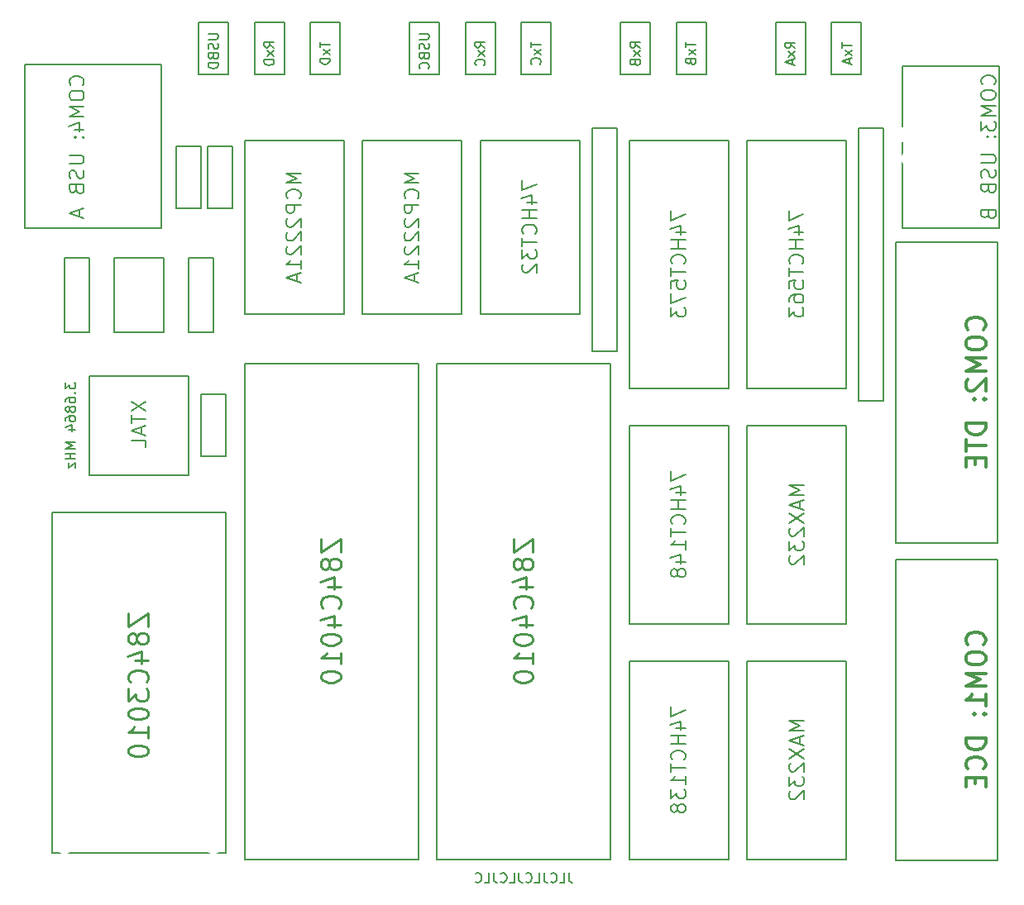
<source format=gbo>
G04 #@! TF.GenerationSoftware,KiCad,Pcbnew,7.0.7*
G04 #@! TF.CreationDate,2023-09-10T22:26:38-04:00*
G04 #@! TF.ProjectId,4 - Quad serial,34202d20-5175-4616-9420-73657269616c,1*
G04 #@! TF.SameCoordinates,Original*
G04 #@! TF.FileFunction,Legend,Bot*
G04 #@! TF.FilePolarity,Positive*
%FSLAX46Y46*%
G04 Gerber Fmt 4.6, Leading zero omitted, Abs format (unit mm)*
G04 Created by KiCad (PCBNEW 7.0.7) date 2023-09-10 22:26:38*
%MOMM*%
%LPD*%
G01*
G04 APERTURE LIST*
%ADD10C,0.150000*%
%ADD11C,0.200000*%
%ADD12C,0.250000*%
%ADD13C,0.300000*%
%ADD14C,1.600000*%
%ADD15R,1.780000X7.620000*%
%ADD16R,1.800000X1.800000*%
%ADD17C,1.800000*%
%ADD18R,1.600000X1.600000*%
%ADD19C,3.000000*%
%ADD20O,1.600000X1.600000*%
%ADD21R,1.700000X1.700000*%
%ADD22O,1.700000X1.700000*%
%ADD23C,4.000000*%
G04 APERTURE END LIST*
D10*
X83820000Y-86360000D02*
X93980000Y-86360000D01*
X93980000Y-96520000D01*
X83820000Y-96520000D01*
X83820000Y-86360000D01*
X93980000Y-74295000D02*
X96520000Y-74295000D01*
X96520000Y-81915000D01*
X93980000Y-81915000D01*
X93980000Y-74295000D01*
X139065000Y-115570000D02*
X149225000Y-115570000D01*
X149225000Y-135890000D01*
X139065000Y-135890000D01*
X139065000Y-115570000D01*
X151130000Y-62230000D02*
X161290000Y-62230000D01*
X161290000Y-87630000D01*
X151130000Y-87630000D01*
X151130000Y-62230000D01*
X99695000Y-85090000D02*
X117475000Y-85090000D01*
X117475000Y-135890000D01*
X99695000Y-135890000D01*
X99695000Y-85090000D01*
X106426000Y-50165000D02*
X109474000Y-50165000D01*
X109474000Y-55499000D01*
X106426000Y-55499000D01*
X106426000Y-50165000D01*
X167005000Y-54610000D02*
X176911000Y-54610000D01*
X176911000Y-71247000D01*
X167005000Y-71247000D01*
X167005000Y-54610000D01*
X81280000Y-74295000D02*
X83820000Y-74295000D01*
X83820000Y-81915000D01*
X81280000Y-81915000D01*
X81280000Y-74295000D01*
X135255000Y-60960000D02*
X137795000Y-60960000D01*
X137795000Y-83820000D01*
X135255000Y-83820000D01*
X135255000Y-60960000D01*
X94996000Y-50165000D02*
X98044000Y-50165000D01*
X98044000Y-55499000D01*
X94996000Y-55499000D01*
X94996000Y-50165000D01*
X111760000Y-62230000D02*
X121920000Y-62230000D01*
X121920000Y-80010000D01*
X111760000Y-80010000D01*
X111760000Y-62230000D01*
X166370000Y-105156000D02*
X176784000Y-105156000D01*
X176784000Y-136017000D01*
X166370000Y-136017000D01*
X166370000Y-105156000D01*
X151130000Y-91440000D02*
X161290000Y-91440000D01*
X161290000Y-111760000D01*
X151130000Y-111760000D01*
X151130000Y-91440000D01*
X166370000Y-72644000D02*
X176784000Y-72644000D01*
X176784000Y-103505000D01*
X166370000Y-103505000D01*
X166370000Y-72644000D01*
X154051000Y-50165000D02*
X157099000Y-50165000D01*
X157099000Y-55499000D01*
X154051000Y-55499000D01*
X154051000Y-50165000D01*
X139065000Y-91440000D02*
X149225000Y-91440000D01*
X149225000Y-111760000D01*
X139065000Y-111760000D01*
X139065000Y-91440000D01*
X159766000Y-50165000D02*
X162814000Y-50165000D01*
X162814000Y-55499000D01*
X159766000Y-55499000D01*
X159766000Y-50165000D01*
X128016000Y-50165000D02*
X131064000Y-50165000D01*
X131064000Y-55499000D01*
X128016000Y-55499000D01*
X128016000Y-50165000D01*
X162560000Y-60960000D02*
X165100000Y-60960000D01*
X165100000Y-88900000D01*
X162560000Y-88900000D01*
X162560000Y-60960000D01*
X143891000Y-50165000D02*
X146939000Y-50165000D01*
X146939000Y-55499000D01*
X143891000Y-55499000D01*
X143891000Y-50165000D01*
X122301000Y-50165000D02*
X125349000Y-50165000D01*
X125349000Y-55499000D01*
X122301000Y-55499000D01*
X122301000Y-50165000D01*
X86360000Y-74295000D02*
X91440000Y-74295000D01*
X91440000Y-81915000D01*
X86360000Y-81915000D01*
X86360000Y-74295000D01*
X139065000Y-62230000D02*
X149225000Y-62230000D01*
X149225000Y-87630000D01*
X139065000Y-87630000D01*
X139065000Y-62230000D01*
X95250000Y-88265000D02*
X97790000Y-88265000D01*
X97790000Y-94615000D01*
X95250000Y-94615000D01*
X95250000Y-88265000D01*
X119380000Y-85090000D02*
X137160000Y-85090000D01*
X137160000Y-135890000D01*
X119380000Y-135890000D01*
X119380000Y-85090000D01*
X77216000Y-54483000D02*
X91186000Y-54483000D01*
X91186000Y-71247000D01*
X77216000Y-71247000D01*
X77216000Y-54483000D01*
X123825000Y-62230000D02*
X133985000Y-62230000D01*
X133985000Y-80010000D01*
X123825000Y-80010000D01*
X123825000Y-62230000D01*
X99695000Y-62230000D02*
X109855000Y-62230000D01*
X109855000Y-80010000D01*
X99695000Y-80010000D01*
X99695000Y-62230000D01*
X92710000Y-62865000D02*
X95250000Y-62865000D01*
X95250000Y-69215000D01*
X92710000Y-69215000D01*
X92710000Y-62865000D01*
X138176000Y-50165000D02*
X141224000Y-50165000D01*
X141224000Y-55499000D01*
X138176000Y-55499000D01*
X138176000Y-50165000D01*
X95885000Y-62865000D02*
X98425000Y-62865000D01*
X98425000Y-69215000D01*
X95885000Y-69215000D01*
X95885000Y-62865000D01*
X116586000Y-50165000D02*
X119634000Y-50165000D01*
X119634000Y-55499000D01*
X116586000Y-55499000D01*
X116586000Y-50165000D01*
X80010000Y-100330000D02*
X97790000Y-100330000D01*
X97790000Y-135255000D01*
X80010000Y-135255000D01*
X80010000Y-100330000D01*
X151130000Y-115570000D02*
X161290000Y-115570000D01*
X161290000Y-135890000D01*
X151130000Y-135890000D01*
X151130000Y-115570000D01*
X100711000Y-50165000D02*
X103759000Y-50165000D01*
X103759000Y-55499000D01*
X100711000Y-55499000D01*
X100711000Y-50165000D01*
D11*
X88083528Y-88991571D02*
X89583528Y-89991571D01*
X88083528Y-89991571D02*
X89583528Y-88991571D01*
X88083528Y-90348714D02*
X88083528Y-91205857D01*
X89583528Y-90777285D02*
X88083528Y-90777285D01*
X89154957Y-91634428D02*
X89154957Y-92348714D01*
X89583528Y-91491571D02*
X88083528Y-91991571D01*
X88083528Y-91991571D02*
X89583528Y-92491571D01*
X89583528Y-93705856D02*
X89583528Y-92991570D01*
X89583528Y-92991570D02*
X88083528Y-92991570D01*
D10*
X132889048Y-137299819D02*
X132889048Y-138014104D01*
X132889048Y-138014104D02*
X132936667Y-138156961D01*
X132936667Y-138156961D02*
X133031905Y-138252200D01*
X133031905Y-138252200D02*
X133174762Y-138299819D01*
X133174762Y-138299819D02*
X133270000Y-138299819D01*
X131936667Y-138299819D02*
X132412857Y-138299819D01*
X132412857Y-138299819D02*
X132412857Y-137299819D01*
X131031905Y-138204580D02*
X131079524Y-138252200D01*
X131079524Y-138252200D02*
X131222381Y-138299819D01*
X131222381Y-138299819D02*
X131317619Y-138299819D01*
X131317619Y-138299819D02*
X131460476Y-138252200D01*
X131460476Y-138252200D02*
X131555714Y-138156961D01*
X131555714Y-138156961D02*
X131603333Y-138061723D01*
X131603333Y-138061723D02*
X131650952Y-137871247D01*
X131650952Y-137871247D02*
X131650952Y-137728390D01*
X131650952Y-137728390D02*
X131603333Y-137537914D01*
X131603333Y-137537914D02*
X131555714Y-137442676D01*
X131555714Y-137442676D02*
X131460476Y-137347438D01*
X131460476Y-137347438D02*
X131317619Y-137299819D01*
X131317619Y-137299819D02*
X131222381Y-137299819D01*
X131222381Y-137299819D02*
X131079524Y-137347438D01*
X131079524Y-137347438D02*
X131031905Y-137395057D01*
X130317619Y-137299819D02*
X130317619Y-138014104D01*
X130317619Y-138014104D02*
X130365238Y-138156961D01*
X130365238Y-138156961D02*
X130460476Y-138252200D01*
X130460476Y-138252200D02*
X130603333Y-138299819D01*
X130603333Y-138299819D02*
X130698571Y-138299819D01*
X129365238Y-138299819D02*
X129841428Y-138299819D01*
X129841428Y-138299819D02*
X129841428Y-137299819D01*
X128460476Y-138204580D02*
X128508095Y-138252200D01*
X128508095Y-138252200D02*
X128650952Y-138299819D01*
X128650952Y-138299819D02*
X128746190Y-138299819D01*
X128746190Y-138299819D02*
X128889047Y-138252200D01*
X128889047Y-138252200D02*
X128984285Y-138156961D01*
X128984285Y-138156961D02*
X129031904Y-138061723D01*
X129031904Y-138061723D02*
X129079523Y-137871247D01*
X129079523Y-137871247D02*
X129079523Y-137728390D01*
X129079523Y-137728390D02*
X129031904Y-137537914D01*
X129031904Y-137537914D02*
X128984285Y-137442676D01*
X128984285Y-137442676D02*
X128889047Y-137347438D01*
X128889047Y-137347438D02*
X128746190Y-137299819D01*
X128746190Y-137299819D02*
X128650952Y-137299819D01*
X128650952Y-137299819D02*
X128508095Y-137347438D01*
X128508095Y-137347438D02*
X128460476Y-137395057D01*
X127746190Y-137299819D02*
X127746190Y-138014104D01*
X127746190Y-138014104D02*
X127793809Y-138156961D01*
X127793809Y-138156961D02*
X127889047Y-138252200D01*
X127889047Y-138252200D02*
X128031904Y-138299819D01*
X128031904Y-138299819D02*
X128127142Y-138299819D01*
X126793809Y-138299819D02*
X127269999Y-138299819D01*
X127269999Y-138299819D02*
X127269999Y-137299819D01*
X125889047Y-138204580D02*
X125936666Y-138252200D01*
X125936666Y-138252200D02*
X126079523Y-138299819D01*
X126079523Y-138299819D02*
X126174761Y-138299819D01*
X126174761Y-138299819D02*
X126317618Y-138252200D01*
X126317618Y-138252200D02*
X126412856Y-138156961D01*
X126412856Y-138156961D02*
X126460475Y-138061723D01*
X126460475Y-138061723D02*
X126508094Y-137871247D01*
X126508094Y-137871247D02*
X126508094Y-137728390D01*
X126508094Y-137728390D02*
X126460475Y-137537914D01*
X126460475Y-137537914D02*
X126412856Y-137442676D01*
X126412856Y-137442676D02*
X126317618Y-137347438D01*
X126317618Y-137347438D02*
X126174761Y-137299819D01*
X126174761Y-137299819D02*
X126079523Y-137299819D01*
X126079523Y-137299819D02*
X125936666Y-137347438D01*
X125936666Y-137347438D02*
X125889047Y-137395057D01*
X125174761Y-137299819D02*
X125174761Y-138014104D01*
X125174761Y-138014104D02*
X125222380Y-138156961D01*
X125222380Y-138156961D02*
X125317618Y-138252200D01*
X125317618Y-138252200D02*
X125460475Y-138299819D01*
X125460475Y-138299819D02*
X125555713Y-138299819D01*
X124222380Y-138299819D02*
X124698570Y-138299819D01*
X124698570Y-138299819D02*
X124698570Y-137299819D01*
X123317618Y-138204580D02*
X123365237Y-138252200D01*
X123365237Y-138252200D02*
X123508094Y-138299819D01*
X123508094Y-138299819D02*
X123603332Y-138299819D01*
X123603332Y-138299819D02*
X123746189Y-138252200D01*
X123746189Y-138252200D02*
X123841427Y-138156961D01*
X123841427Y-138156961D02*
X123889046Y-138061723D01*
X123889046Y-138061723D02*
X123936665Y-137871247D01*
X123936665Y-137871247D02*
X123936665Y-137728390D01*
X123936665Y-137728390D02*
X123889046Y-137537914D01*
X123889046Y-137537914D02*
X123841427Y-137442676D01*
X123841427Y-137442676D02*
X123746189Y-137347438D01*
X123746189Y-137347438D02*
X123603332Y-137299819D01*
X123603332Y-137299819D02*
X123508094Y-137299819D01*
X123508094Y-137299819D02*
X123365237Y-137347438D01*
X123365237Y-137347438D02*
X123317618Y-137395057D01*
X102689819Y-52744761D02*
X102213628Y-52411428D01*
X102689819Y-52173333D02*
X101689819Y-52173333D01*
X101689819Y-52173333D02*
X101689819Y-52554285D01*
X101689819Y-52554285D02*
X101737438Y-52649523D01*
X101737438Y-52649523D02*
X101785057Y-52697142D01*
X101785057Y-52697142D02*
X101880295Y-52744761D01*
X101880295Y-52744761D02*
X102023152Y-52744761D01*
X102023152Y-52744761D02*
X102118390Y-52697142D01*
X102118390Y-52697142D02*
X102166009Y-52649523D01*
X102166009Y-52649523D02*
X102213628Y-52554285D01*
X102213628Y-52554285D02*
X102213628Y-52173333D01*
X102689819Y-53078095D02*
X102023152Y-53601904D01*
X102023152Y-53078095D02*
X102689819Y-53601904D01*
X102689819Y-53982857D02*
X101689819Y-53982857D01*
X101689819Y-53982857D02*
X101689819Y-54220952D01*
X101689819Y-54220952D02*
X101737438Y-54363809D01*
X101737438Y-54363809D02*
X101832676Y-54459047D01*
X101832676Y-54459047D02*
X101927914Y-54506666D01*
X101927914Y-54506666D02*
X102118390Y-54554285D01*
X102118390Y-54554285D02*
X102261247Y-54554285D01*
X102261247Y-54554285D02*
X102451723Y-54506666D01*
X102451723Y-54506666D02*
X102546961Y-54459047D01*
X102546961Y-54459047D02*
X102642200Y-54363809D01*
X102642200Y-54363809D02*
X102689819Y-54220952D01*
X102689819Y-54220952D02*
X102689819Y-53982857D01*
X128994819Y-52149524D02*
X128994819Y-52720952D01*
X129994819Y-52435238D02*
X128994819Y-52435238D01*
X129994819Y-52959048D02*
X129328152Y-53482857D01*
X129328152Y-52959048D02*
X129994819Y-53482857D01*
X129899580Y-54435238D02*
X129947200Y-54387619D01*
X129947200Y-54387619D02*
X129994819Y-54244762D01*
X129994819Y-54244762D02*
X129994819Y-54149524D01*
X129994819Y-54149524D02*
X129947200Y-54006667D01*
X129947200Y-54006667D02*
X129851961Y-53911429D01*
X129851961Y-53911429D02*
X129756723Y-53863810D01*
X129756723Y-53863810D02*
X129566247Y-53816191D01*
X129566247Y-53816191D02*
X129423390Y-53816191D01*
X129423390Y-53816191D02*
X129232914Y-53863810D01*
X129232914Y-53863810D02*
X129137676Y-53911429D01*
X129137676Y-53911429D02*
X129042438Y-54006667D01*
X129042438Y-54006667D02*
X128994819Y-54149524D01*
X128994819Y-54149524D02*
X128994819Y-54244762D01*
X128994819Y-54244762D02*
X129042438Y-54387619D01*
X129042438Y-54387619D02*
X129090057Y-54435238D01*
D11*
X83090671Y-56579285D02*
X83162100Y-56507857D01*
X83162100Y-56507857D02*
X83233528Y-56293571D01*
X83233528Y-56293571D02*
X83233528Y-56150714D01*
X83233528Y-56150714D02*
X83162100Y-55936428D01*
X83162100Y-55936428D02*
X83019242Y-55793571D01*
X83019242Y-55793571D02*
X82876385Y-55722142D01*
X82876385Y-55722142D02*
X82590671Y-55650714D01*
X82590671Y-55650714D02*
X82376385Y-55650714D01*
X82376385Y-55650714D02*
X82090671Y-55722142D01*
X82090671Y-55722142D02*
X81947814Y-55793571D01*
X81947814Y-55793571D02*
X81804957Y-55936428D01*
X81804957Y-55936428D02*
X81733528Y-56150714D01*
X81733528Y-56150714D02*
X81733528Y-56293571D01*
X81733528Y-56293571D02*
X81804957Y-56507857D01*
X81804957Y-56507857D02*
X81876385Y-56579285D01*
X81733528Y-57507857D02*
X81733528Y-57793571D01*
X81733528Y-57793571D02*
X81804957Y-57936428D01*
X81804957Y-57936428D02*
X81947814Y-58079285D01*
X81947814Y-58079285D02*
X82233528Y-58150714D01*
X82233528Y-58150714D02*
X82733528Y-58150714D01*
X82733528Y-58150714D02*
X83019242Y-58079285D01*
X83019242Y-58079285D02*
X83162100Y-57936428D01*
X83162100Y-57936428D02*
X83233528Y-57793571D01*
X83233528Y-57793571D02*
X83233528Y-57507857D01*
X83233528Y-57507857D02*
X83162100Y-57365000D01*
X83162100Y-57365000D02*
X83019242Y-57222142D01*
X83019242Y-57222142D02*
X82733528Y-57150714D01*
X82733528Y-57150714D02*
X82233528Y-57150714D01*
X82233528Y-57150714D02*
X81947814Y-57222142D01*
X81947814Y-57222142D02*
X81804957Y-57365000D01*
X81804957Y-57365000D02*
X81733528Y-57507857D01*
X83233528Y-58793571D02*
X81733528Y-58793571D01*
X81733528Y-58793571D02*
X82804957Y-59293571D01*
X82804957Y-59293571D02*
X81733528Y-59793571D01*
X81733528Y-59793571D02*
X83233528Y-59793571D01*
X82233528Y-61150715D02*
X83233528Y-61150715D01*
X81662100Y-60793572D02*
X82733528Y-60436429D01*
X82733528Y-60436429D02*
X82733528Y-61365000D01*
X83090671Y-61936428D02*
X83162100Y-62007857D01*
X83162100Y-62007857D02*
X83233528Y-61936428D01*
X83233528Y-61936428D02*
X83162100Y-61865000D01*
X83162100Y-61865000D02*
X83090671Y-61936428D01*
X83090671Y-61936428D02*
X83233528Y-61936428D01*
X82304957Y-61936428D02*
X82376385Y-62007857D01*
X82376385Y-62007857D02*
X82447814Y-61936428D01*
X82447814Y-61936428D02*
X82376385Y-61865000D01*
X82376385Y-61865000D02*
X82304957Y-61936428D01*
X82304957Y-61936428D02*
X82447814Y-61936428D01*
X81733528Y-63793571D02*
X82947814Y-63793571D01*
X82947814Y-63793571D02*
X83090671Y-63865000D01*
X83090671Y-63865000D02*
X83162100Y-63936429D01*
X83162100Y-63936429D02*
X83233528Y-64079286D01*
X83233528Y-64079286D02*
X83233528Y-64365000D01*
X83233528Y-64365000D02*
X83162100Y-64507857D01*
X83162100Y-64507857D02*
X83090671Y-64579286D01*
X83090671Y-64579286D02*
X82947814Y-64650714D01*
X82947814Y-64650714D02*
X81733528Y-64650714D01*
X83162100Y-65293572D02*
X83233528Y-65507858D01*
X83233528Y-65507858D02*
X83233528Y-65865000D01*
X83233528Y-65865000D02*
X83162100Y-66007858D01*
X83162100Y-66007858D02*
X83090671Y-66079286D01*
X83090671Y-66079286D02*
X82947814Y-66150715D01*
X82947814Y-66150715D02*
X82804957Y-66150715D01*
X82804957Y-66150715D02*
X82662100Y-66079286D01*
X82662100Y-66079286D02*
X82590671Y-66007858D01*
X82590671Y-66007858D02*
X82519242Y-65865000D01*
X82519242Y-65865000D02*
X82447814Y-65579286D01*
X82447814Y-65579286D02*
X82376385Y-65436429D01*
X82376385Y-65436429D02*
X82304957Y-65365000D01*
X82304957Y-65365000D02*
X82162100Y-65293572D01*
X82162100Y-65293572D02*
X82019242Y-65293572D01*
X82019242Y-65293572D02*
X81876385Y-65365000D01*
X81876385Y-65365000D02*
X81804957Y-65436429D01*
X81804957Y-65436429D02*
X81733528Y-65579286D01*
X81733528Y-65579286D02*
X81733528Y-65936429D01*
X81733528Y-65936429D02*
X81804957Y-66150715D01*
X82447814Y-67293571D02*
X82519242Y-67507857D01*
X82519242Y-67507857D02*
X82590671Y-67579286D01*
X82590671Y-67579286D02*
X82733528Y-67650714D01*
X82733528Y-67650714D02*
X82947814Y-67650714D01*
X82947814Y-67650714D02*
X83090671Y-67579286D01*
X83090671Y-67579286D02*
X83162100Y-67507857D01*
X83162100Y-67507857D02*
X83233528Y-67365000D01*
X83233528Y-67365000D02*
X83233528Y-66793571D01*
X83233528Y-66793571D02*
X81733528Y-66793571D01*
X81733528Y-66793571D02*
X81733528Y-67293571D01*
X81733528Y-67293571D02*
X81804957Y-67436429D01*
X81804957Y-67436429D02*
X81876385Y-67507857D01*
X81876385Y-67507857D02*
X82019242Y-67579286D01*
X82019242Y-67579286D02*
X82162100Y-67579286D01*
X82162100Y-67579286D02*
X82304957Y-67507857D01*
X82304957Y-67507857D02*
X82376385Y-67436429D01*
X82376385Y-67436429D02*
X82447814Y-67293571D01*
X82447814Y-67293571D02*
X82447814Y-66793571D01*
X82804957Y-69365000D02*
X82804957Y-70079286D01*
X83233528Y-69222143D02*
X81733528Y-69722143D01*
X81733528Y-69722143D02*
X83233528Y-70222143D01*
D10*
X117564819Y-51324095D02*
X118374342Y-51324095D01*
X118374342Y-51324095D02*
X118469580Y-51371714D01*
X118469580Y-51371714D02*
X118517200Y-51419333D01*
X118517200Y-51419333D02*
X118564819Y-51514571D01*
X118564819Y-51514571D02*
X118564819Y-51705047D01*
X118564819Y-51705047D02*
X118517200Y-51800285D01*
X118517200Y-51800285D02*
X118469580Y-51847904D01*
X118469580Y-51847904D02*
X118374342Y-51895523D01*
X118374342Y-51895523D02*
X117564819Y-51895523D01*
X118517200Y-52324095D02*
X118564819Y-52466952D01*
X118564819Y-52466952D02*
X118564819Y-52705047D01*
X118564819Y-52705047D02*
X118517200Y-52800285D01*
X118517200Y-52800285D02*
X118469580Y-52847904D01*
X118469580Y-52847904D02*
X118374342Y-52895523D01*
X118374342Y-52895523D02*
X118279104Y-52895523D01*
X118279104Y-52895523D02*
X118183866Y-52847904D01*
X118183866Y-52847904D02*
X118136247Y-52800285D01*
X118136247Y-52800285D02*
X118088628Y-52705047D01*
X118088628Y-52705047D02*
X118041009Y-52514571D01*
X118041009Y-52514571D02*
X117993390Y-52419333D01*
X117993390Y-52419333D02*
X117945771Y-52371714D01*
X117945771Y-52371714D02*
X117850533Y-52324095D01*
X117850533Y-52324095D02*
X117755295Y-52324095D01*
X117755295Y-52324095D02*
X117660057Y-52371714D01*
X117660057Y-52371714D02*
X117612438Y-52419333D01*
X117612438Y-52419333D02*
X117564819Y-52514571D01*
X117564819Y-52514571D02*
X117564819Y-52752666D01*
X117564819Y-52752666D02*
X117612438Y-52895523D01*
X118041009Y-53657428D02*
X118088628Y-53800285D01*
X118088628Y-53800285D02*
X118136247Y-53847904D01*
X118136247Y-53847904D02*
X118231485Y-53895523D01*
X118231485Y-53895523D02*
X118374342Y-53895523D01*
X118374342Y-53895523D02*
X118469580Y-53847904D01*
X118469580Y-53847904D02*
X118517200Y-53800285D01*
X118517200Y-53800285D02*
X118564819Y-53705047D01*
X118564819Y-53705047D02*
X118564819Y-53324095D01*
X118564819Y-53324095D02*
X117564819Y-53324095D01*
X117564819Y-53324095D02*
X117564819Y-53657428D01*
X117564819Y-53657428D02*
X117612438Y-53752666D01*
X117612438Y-53752666D02*
X117660057Y-53800285D01*
X117660057Y-53800285D02*
X117755295Y-53847904D01*
X117755295Y-53847904D02*
X117850533Y-53847904D01*
X117850533Y-53847904D02*
X117945771Y-53800285D01*
X117945771Y-53800285D02*
X117993390Y-53752666D01*
X117993390Y-53752666D02*
X118041009Y-53657428D01*
X118041009Y-53657428D02*
X118041009Y-53324095D01*
X118469580Y-54895523D02*
X118517200Y-54847904D01*
X118517200Y-54847904D02*
X118564819Y-54705047D01*
X118564819Y-54705047D02*
X118564819Y-54609809D01*
X118564819Y-54609809D02*
X118517200Y-54466952D01*
X118517200Y-54466952D02*
X118421961Y-54371714D01*
X118421961Y-54371714D02*
X118326723Y-54324095D01*
X118326723Y-54324095D02*
X118136247Y-54276476D01*
X118136247Y-54276476D02*
X117993390Y-54276476D01*
X117993390Y-54276476D02*
X117802914Y-54324095D01*
X117802914Y-54324095D02*
X117707676Y-54371714D01*
X117707676Y-54371714D02*
X117612438Y-54466952D01*
X117612438Y-54466952D02*
X117564819Y-54609809D01*
X117564819Y-54609809D02*
X117564819Y-54705047D01*
X117564819Y-54705047D02*
X117612438Y-54847904D01*
X117612438Y-54847904D02*
X117660057Y-54895523D01*
D11*
X155393528Y-69465715D02*
X155393528Y-70465715D01*
X155393528Y-70465715D02*
X156893528Y-69822858D01*
X155893528Y-71680001D02*
X156893528Y-71680001D01*
X155322100Y-71322858D02*
X156393528Y-70965715D01*
X156393528Y-70965715D02*
X156393528Y-71894286D01*
X156893528Y-72465714D02*
X155393528Y-72465714D01*
X156107814Y-72465714D02*
X156107814Y-73322857D01*
X156893528Y-73322857D02*
X155393528Y-73322857D01*
X156750671Y-74894286D02*
X156822100Y-74822858D01*
X156822100Y-74822858D02*
X156893528Y-74608572D01*
X156893528Y-74608572D02*
X156893528Y-74465715D01*
X156893528Y-74465715D02*
X156822100Y-74251429D01*
X156822100Y-74251429D02*
X156679242Y-74108572D01*
X156679242Y-74108572D02*
X156536385Y-74037143D01*
X156536385Y-74037143D02*
X156250671Y-73965715D01*
X156250671Y-73965715D02*
X156036385Y-73965715D01*
X156036385Y-73965715D02*
X155750671Y-74037143D01*
X155750671Y-74037143D02*
X155607814Y-74108572D01*
X155607814Y-74108572D02*
X155464957Y-74251429D01*
X155464957Y-74251429D02*
X155393528Y-74465715D01*
X155393528Y-74465715D02*
X155393528Y-74608572D01*
X155393528Y-74608572D02*
X155464957Y-74822858D01*
X155464957Y-74822858D02*
X155536385Y-74894286D01*
X155393528Y-75322858D02*
X155393528Y-76180001D01*
X156893528Y-75751429D02*
X155393528Y-75751429D01*
X155393528Y-77394286D02*
X155393528Y-76680000D01*
X155393528Y-76680000D02*
X156107814Y-76608572D01*
X156107814Y-76608572D02*
X156036385Y-76680000D01*
X156036385Y-76680000D02*
X155964957Y-76822858D01*
X155964957Y-76822858D02*
X155964957Y-77180000D01*
X155964957Y-77180000D02*
X156036385Y-77322858D01*
X156036385Y-77322858D02*
X156107814Y-77394286D01*
X156107814Y-77394286D02*
X156250671Y-77465715D01*
X156250671Y-77465715D02*
X156607814Y-77465715D01*
X156607814Y-77465715D02*
X156750671Y-77394286D01*
X156750671Y-77394286D02*
X156822100Y-77322858D01*
X156822100Y-77322858D02*
X156893528Y-77180000D01*
X156893528Y-77180000D02*
X156893528Y-76822858D01*
X156893528Y-76822858D02*
X156822100Y-76680000D01*
X156822100Y-76680000D02*
X156750671Y-76608572D01*
X155393528Y-78751429D02*
X155393528Y-78465714D01*
X155393528Y-78465714D02*
X155464957Y-78322857D01*
X155464957Y-78322857D02*
X155536385Y-78251429D01*
X155536385Y-78251429D02*
X155750671Y-78108571D01*
X155750671Y-78108571D02*
X156036385Y-78037143D01*
X156036385Y-78037143D02*
X156607814Y-78037143D01*
X156607814Y-78037143D02*
X156750671Y-78108571D01*
X156750671Y-78108571D02*
X156822100Y-78180000D01*
X156822100Y-78180000D02*
X156893528Y-78322857D01*
X156893528Y-78322857D02*
X156893528Y-78608571D01*
X156893528Y-78608571D02*
X156822100Y-78751429D01*
X156822100Y-78751429D02*
X156750671Y-78822857D01*
X156750671Y-78822857D02*
X156607814Y-78894286D01*
X156607814Y-78894286D02*
X156250671Y-78894286D01*
X156250671Y-78894286D02*
X156107814Y-78822857D01*
X156107814Y-78822857D02*
X156036385Y-78751429D01*
X156036385Y-78751429D02*
X155964957Y-78608571D01*
X155964957Y-78608571D02*
X155964957Y-78322857D01*
X155964957Y-78322857D02*
X156036385Y-78180000D01*
X156036385Y-78180000D02*
X156107814Y-78108571D01*
X156107814Y-78108571D02*
X156250671Y-78037143D01*
X155393528Y-79394285D02*
X155393528Y-80322857D01*
X155393528Y-80322857D02*
X155964957Y-79822857D01*
X155964957Y-79822857D02*
X155964957Y-80037142D01*
X155964957Y-80037142D02*
X156036385Y-80180000D01*
X156036385Y-80180000D02*
X156107814Y-80251428D01*
X156107814Y-80251428D02*
X156250671Y-80322857D01*
X156250671Y-80322857D02*
X156607814Y-80322857D01*
X156607814Y-80322857D02*
X156750671Y-80251428D01*
X156750671Y-80251428D02*
X156822100Y-80180000D01*
X156822100Y-80180000D02*
X156893528Y-80037142D01*
X156893528Y-80037142D02*
X156893528Y-79608571D01*
X156893528Y-79608571D02*
X156822100Y-79465714D01*
X156822100Y-79465714D02*
X156750671Y-79394285D01*
X156903528Y-97590000D02*
X155403528Y-97590000D01*
X155403528Y-97590000D02*
X156474957Y-98090000D01*
X156474957Y-98090000D02*
X155403528Y-98590000D01*
X155403528Y-98590000D02*
X156903528Y-98590000D01*
X156474957Y-99232858D02*
X156474957Y-99947144D01*
X156903528Y-99090001D02*
X155403528Y-99590001D01*
X155403528Y-99590001D02*
X156903528Y-100090001D01*
X155403528Y-100447143D02*
X156903528Y-101447143D01*
X155403528Y-101447143D02*
X156903528Y-100447143D01*
X155546385Y-101947143D02*
X155474957Y-102018571D01*
X155474957Y-102018571D02*
X155403528Y-102161429D01*
X155403528Y-102161429D02*
X155403528Y-102518571D01*
X155403528Y-102518571D02*
X155474957Y-102661429D01*
X155474957Y-102661429D02*
X155546385Y-102732857D01*
X155546385Y-102732857D02*
X155689242Y-102804286D01*
X155689242Y-102804286D02*
X155832100Y-102804286D01*
X155832100Y-102804286D02*
X156046385Y-102732857D01*
X156046385Y-102732857D02*
X156903528Y-101875714D01*
X156903528Y-101875714D02*
X156903528Y-102804286D01*
X155403528Y-103304285D02*
X155403528Y-104232857D01*
X155403528Y-104232857D02*
X155974957Y-103732857D01*
X155974957Y-103732857D02*
X155974957Y-103947142D01*
X155974957Y-103947142D02*
X156046385Y-104090000D01*
X156046385Y-104090000D02*
X156117814Y-104161428D01*
X156117814Y-104161428D02*
X156260671Y-104232857D01*
X156260671Y-104232857D02*
X156617814Y-104232857D01*
X156617814Y-104232857D02*
X156760671Y-104161428D01*
X156760671Y-104161428D02*
X156832100Y-104090000D01*
X156832100Y-104090000D02*
X156903528Y-103947142D01*
X156903528Y-103947142D02*
X156903528Y-103518571D01*
X156903528Y-103518571D02*
X156832100Y-103375714D01*
X156832100Y-103375714D02*
X156760671Y-103304285D01*
X155546385Y-104804285D02*
X155474957Y-104875713D01*
X155474957Y-104875713D02*
X155403528Y-105018571D01*
X155403528Y-105018571D02*
X155403528Y-105375713D01*
X155403528Y-105375713D02*
X155474957Y-105518571D01*
X155474957Y-105518571D02*
X155546385Y-105589999D01*
X155546385Y-105589999D02*
X155689242Y-105661428D01*
X155689242Y-105661428D02*
X155832100Y-105661428D01*
X155832100Y-105661428D02*
X156046385Y-105589999D01*
X156046385Y-105589999D02*
X156903528Y-104732856D01*
X156903528Y-104732856D02*
X156903528Y-105661428D01*
X156903528Y-121710000D02*
X155403528Y-121710000D01*
X155403528Y-121710000D02*
X156474957Y-122210000D01*
X156474957Y-122210000D02*
X155403528Y-122710000D01*
X155403528Y-122710000D02*
X156903528Y-122710000D01*
X156474957Y-123352858D02*
X156474957Y-124067144D01*
X156903528Y-123210001D02*
X155403528Y-123710001D01*
X155403528Y-123710001D02*
X156903528Y-124210001D01*
X155403528Y-124567143D02*
X156903528Y-125567143D01*
X155403528Y-125567143D02*
X156903528Y-124567143D01*
X155546385Y-126067143D02*
X155474957Y-126138571D01*
X155474957Y-126138571D02*
X155403528Y-126281429D01*
X155403528Y-126281429D02*
X155403528Y-126638571D01*
X155403528Y-126638571D02*
X155474957Y-126781429D01*
X155474957Y-126781429D02*
X155546385Y-126852857D01*
X155546385Y-126852857D02*
X155689242Y-126924286D01*
X155689242Y-126924286D02*
X155832100Y-126924286D01*
X155832100Y-126924286D02*
X156046385Y-126852857D01*
X156046385Y-126852857D02*
X156903528Y-125995714D01*
X156903528Y-125995714D02*
X156903528Y-126924286D01*
X155403528Y-127424285D02*
X155403528Y-128352857D01*
X155403528Y-128352857D02*
X155974957Y-127852857D01*
X155974957Y-127852857D02*
X155974957Y-128067142D01*
X155974957Y-128067142D02*
X156046385Y-128210000D01*
X156046385Y-128210000D02*
X156117814Y-128281428D01*
X156117814Y-128281428D02*
X156260671Y-128352857D01*
X156260671Y-128352857D02*
X156617814Y-128352857D01*
X156617814Y-128352857D02*
X156760671Y-128281428D01*
X156760671Y-128281428D02*
X156832100Y-128210000D01*
X156832100Y-128210000D02*
X156903528Y-128067142D01*
X156903528Y-128067142D02*
X156903528Y-127638571D01*
X156903528Y-127638571D02*
X156832100Y-127495714D01*
X156832100Y-127495714D02*
X156760671Y-127424285D01*
X155546385Y-128924285D02*
X155474957Y-128995713D01*
X155474957Y-128995713D02*
X155403528Y-129138571D01*
X155403528Y-129138571D02*
X155403528Y-129495713D01*
X155403528Y-129495713D02*
X155474957Y-129638571D01*
X155474957Y-129638571D02*
X155546385Y-129709999D01*
X155546385Y-129709999D02*
X155689242Y-129781428D01*
X155689242Y-129781428D02*
X155832100Y-129781428D01*
X155832100Y-129781428D02*
X156046385Y-129709999D01*
X156046385Y-129709999D02*
X156903528Y-128852856D01*
X156903528Y-128852856D02*
X156903528Y-129781428D01*
X143328528Y-69465715D02*
X143328528Y-70465715D01*
X143328528Y-70465715D02*
X144828528Y-69822858D01*
X143828528Y-71680001D02*
X144828528Y-71680001D01*
X143257100Y-71322858D02*
X144328528Y-70965715D01*
X144328528Y-70965715D02*
X144328528Y-71894286D01*
X144828528Y-72465714D02*
X143328528Y-72465714D01*
X144042814Y-72465714D02*
X144042814Y-73322857D01*
X144828528Y-73322857D02*
X143328528Y-73322857D01*
X144685671Y-74894286D02*
X144757100Y-74822858D01*
X144757100Y-74822858D02*
X144828528Y-74608572D01*
X144828528Y-74608572D02*
X144828528Y-74465715D01*
X144828528Y-74465715D02*
X144757100Y-74251429D01*
X144757100Y-74251429D02*
X144614242Y-74108572D01*
X144614242Y-74108572D02*
X144471385Y-74037143D01*
X144471385Y-74037143D02*
X144185671Y-73965715D01*
X144185671Y-73965715D02*
X143971385Y-73965715D01*
X143971385Y-73965715D02*
X143685671Y-74037143D01*
X143685671Y-74037143D02*
X143542814Y-74108572D01*
X143542814Y-74108572D02*
X143399957Y-74251429D01*
X143399957Y-74251429D02*
X143328528Y-74465715D01*
X143328528Y-74465715D02*
X143328528Y-74608572D01*
X143328528Y-74608572D02*
X143399957Y-74822858D01*
X143399957Y-74822858D02*
X143471385Y-74894286D01*
X143328528Y-75322858D02*
X143328528Y-76180001D01*
X144828528Y-75751429D02*
X143328528Y-75751429D01*
X143328528Y-77394286D02*
X143328528Y-76680000D01*
X143328528Y-76680000D02*
X144042814Y-76608572D01*
X144042814Y-76608572D02*
X143971385Y-76680000D01*
X143971385Y-76680000D02*
X143899957Y-76822858D01*
X143899957Y-76822858D02*
X143899957Y-77180000D01*
X143899957Y-77180000D02*
X143971385Y-77322858D01*
X143971385Y-77322858D02*
X144042814Y-77394286D01*
X144042814Y-77394286D02*
X144185671Y-77465715D01*
X144185671Y-77465715D02*
X144542814Y-77465715D01*
X144542814Y-77465715D02*
X144685671Y-77394286D01*
X144685671Y-77394286D02*
X144757100Y-77322858D01*
X144757100Y-77322858D02*
X144828528Y-77180000D01*
X144828528Y-77180000D02*
X144828528Y-76822858D01*
X144828528Y-76822858D02*
X144757100Y-76680000D01*
X144757100Y-76680000D02*
X144685671Y-76608572D01*
X143328528Y-77965714D02*
X143328528Y-78965714D01*
X143328528Y-78965714D02*
X144828528Y-78322857D01*
X143328528Y-79394285D02*
X143328528Y-80322857D01*
X143328528Y-80322857D02*
X143899957Y-79822857D01*
X143899957Y-79822857D02*
X143899957Y-80037142D01*
X143899957Y-80037142D02*
X143971385Y-80180000D01*
X143971385Y-80180000D02*
X144042814Y-80251428D01*
X144042814Y-80251428D02*
X144185671Y-80322857D01*
X144185671Y-80322857D02*
X144542814Y-80322857D01*
X144542814Y-80322857D02*
X144685671Y-80251428D01*
X144685671Y-80251428D02*
X144757100Y-80180000D01*
X144757100Y-80180000D02*
X144828528Y-80037142D01*
X144828528Y-80037142D02*
X144828528Y-79608571D01*
X144828528Y-79608571D02*
X144757100Y-79465714D01*
X144757100Y-79465714D02*
X144685671Y-79394285D01*
D10*
X95974819Y-51324095D02*
X96784342Y-51324095D01*
X96784342Y-51324095D02*
X96879580Y-51371714D01*
X96879580Y-51371714D02*
X96927200Y-51419333D01*
X96927200Y-51419333D02*
X96974819Y-51514571D01*
X96974819Y-51514571D02*
X96974819Y-51705047D01*
X96974819Y-51705047D02*
X96927200Y-51800285D01*
X96927200Y-51800285D02*
X96879580Y-51847904D01*
X96879580Y-51847904D02*
X96784342Y-51895523D01*
X96784342Y-51895523D02*
X95974819Y-51895523D01*
X96927200Y-52324095D02*
X96974819Y-52466952D01*
X96974819Y-52466952D02*
X96974819Y-52705047D01*
X96974819Y-52705047D02*
X96927200Y-52800285D01*
X96927200Y-52800285D02*
X96879580Y-52847904D01*
X96879580Y-52847904D02*
X96784342Y-52895523D01*
X96784342Y-52895523D02*
X96689104Y-52895523D01*
X96689104Y-52895523D02*
X96593866Y-52847904D01*
X96593866Y-52847904D02*
X96546247Y-52800285D01*
X96546247Y-52800285D02*
X96498628Y-52705047D01*
X96498628Y-52705047D02*
X96451009Y-52514571D01*
X96451009Y-52514571D02*
X96403390Y-52419333D01*
X96403390Y-52419333D02*
X96355771Y-52371714D01*
X96355771Y-52371714D02*
X96260533Y-52324095D01*
X96260533Y-52324095D02*
X96165295Y-52324095D01*
X96165295Y-52324095D02*
X96070057Y-52371714D01*
X96070057Y-52371714D02*
X96022438Y-52419333D01*
X96022438Y-52419333D02*
X95974819Y-52514571D01*
X95974819Y-52514571D02*
X95974819Y-52752666D01*
X95974819Y-52752666D02*
X96022438Y-52895523D01*
X96451009Y-53657428D02*
X96498628Y-53800285D01*
X96498628Y-53800285D02*
X96546247Y-53847904D01*
X96546247Y-53847904D02*
X96641485Y-53895523D01*
X96641485Y-53895523D02*
X96784342Y-53895523D01*
X96784342Y-53895523D02*
X96879580Y-53847904D01*
X96879580Y-53847904D02*
X96927200Y-53800285D01*
X96927200Y-53800285D02*
X96974819Y-53705047D01*
X96974819Y-53705047D02*
X96974819Y-53324095D01*
X96974819Y-53324095D02*
X95974819Y-53324095D01*
X95974819Y-53324095D02*
X95974819Y-53657428D01*
X95974819Y-53657428D02*
X96022438Y-53752666D01*
X96022438Y-53752666D02*
X96070057Y-53800285D01*
X96070057Y-53800285D02*
X96165295Y-53847904D01*
X96165295Y-53847904D02*
X96260533Y-53847904D01*
X96260533Y-53847904D02*
X96355771Y-53800285D01*
X96355771Y-53800285D02*
X96403390Y-53752666D01*
X96403390Y-53752666D02*
X96451009Y-53657428D01*
X96451009Y-53657428D02*
X96451009Y-53324095D01*
X96974819Y-54324095D02*
X95974819Y-54324095D01*
X95974819Y-54324095D02*
X95974819Y-54562190D01*
X95974819Y-54562190D02*
X96022438Y-54705047D01*
X96022438Y-54705047D02*
X96117676Y-54800285D01*
X96117676Y-54800285D02*
X96212914Y-54847904D01*
X96212914Y-54847904D02*
X96403390Y-54895523D01*
X96403390Y-54895523D02*
X96546247Y-54895523D01*
X96546247Y-54895523D02*
X96736723Y-54847904D01*
X96736723Y-54847904D02*
X96831961Y-54800285D01*
X96831961Y-54800285D02*
X96927200Y-54705047D01*
X96927200Y-54705047D02*
X96974819Y-54562190D01*
X96974819Y-54562190D02*
X96974819Y-54324095D01*
D11*
X105458528Y-65620000D02*
X103958528Y-65620000D01*
X103958528Y-65620000D02*
X105029957Y-66120000D01*
X105029957Y-66120000D02*
X103958528Y-66620000D01*
X103958528Y-66620000D02*
X105458528Y-66620000D01*
X105315671Y-68191429D02*
X105387100Y-68120001D01*
X105387100Y-68120001D02*
X105458528Y-67905715D01*
X105458528Y-67905715D02*
X105458528Y-67762858D01*
X105458528Y-67762858D02*
X105387100Y-67548572D01*
X105387100Y-67548572D02*
X105244242Y-67405715D01*
X105244242Y-67405715D02*
X105101385Y-67334286D01*
X105101385Y-67334286D02*
X104815671Y-67262858D01*
X104815671Y-67262858D02*
X104601385Y-67262858D01*
X104601385Y-67262858D02*
X104315671Y-67334286D01*
X104315671Y-67334286D02*
X104172814Y-67405715D01*
X104172814Y-67405715D02*
X104029957Y-67548572D01*
X104029957Y-67548572D02*
X103958528Y-67762858D01*
X103958528Y-67762858D02*
X103958528Y-67905715D01*
X103958528Y-67905715D02*
X104029957Y-68120001D01*
X104029957Y-68120001D02*
X104101385Y-68191429D01*
X105458528Y-68834286D02*
X103958528Y-68834286D01*
X103958528Y-68834286D02*
X103958528Y-69405715D01*
X103958528Y-69405715D02*
X104029957Y-69548572D01*
X104029957Y-69548572D02*
X104101385Y-69620001D01*
X104101385Y-69620001D02*
X104244242Y-69691429D01*
X104244242Y-69691429D02*
X104458528Y-69691429D01*
X104458528Y-69691429D02*
X104601385Y-69620001D01*
X104601385Y-69620001D02*
X104672814Y-69548572D01*
X104672814Y-69548572D02*
X104744242Y-69405715D01*
X104744242Y-69405715D02*
X104744242Y-68834286D01*
X104101385Y-70262858D02*
X104029957Y-70334286D01*
X104029957Y-70334286D02*
X103958528Y-70477144D01*
X103958528Y-70477144D02*
X103958528Y-70834286D01*
X103958528Y-70834286D02*
X104029957Y-70977144D01*
X104029957Y-70977144D02*
X104101385Y-71048572D01*
X104101385Y-71048572D02*
X104244242Y-71120001D01*
X104244242Y-71120001D02*
X104387100Y-71120001D01*
X104387100Y-71120001D02*
X104601385Y-71048572D01*
X104601385Y-71048572D02*
X105458528Y-70191429D01*
X105458528Y-70191429D02*
X105458528Y-71120001D01*
X104101385Y-71691429D02*
X104029957Y-71762857D01*
X104029957Y-71762857D02*
X103958528Y-71905715D01*
X103958528Y-71905715D02*
X103958528Y-72262857D01*
X103958528Y-72262857D02*
X104029957Y-72405715D01*
X104029957Y-72405715D02*
X104101385Y-72477143D01*
X104101385Y-72477143D02*
X104244242Y-72548572D01*
X104244242Y-72548572D02*
X104387100Y-72548572D01*
X104387100Y-72548572D02*
X104601385Y-72477143D01*
X104601385Y-72477143D02*
X105458528Y-71620000D01*
X105458528Y-71620000D02*
X105458528Y-72548572D01*
X104101385Y-73120000D02*
X104029957Y-73191428D01*
X104029957Y-73191428D02*
X103958528Y-73334286D01*
X103958528Y-73334286D02*
X103958528Y-73691428D01*
X103958528Y-73691428D02*
X104029957Y-73834286D01*
X104029957Y-73834286D02*
X104101385Y-73905714D01*
X104101385Y-73905714D02*
X104244242Y-73977143D01*
X104244242Y-73977143D02*
X104387100Y-73977143D01*
X104387100Y-73977143D02*
X104601385Y-73905714D01*
X104601385Y-73905714D02*
X105458528Y-73048571D01*
X105458528Y-73048571D02*
X105458528Y-73977143D01*
X105458528Y-75405714D02*
X105458528Y-74548571D01*
X105458528Y-74977142D02*
X103958528Y-74977142D01*
X103958528Y-74977142D02*
X104172814Y-74834285D01*
X104172814Y-74834285D02*
X104315671Y-74691428D01*
X104315671Y-74691428D02*
X104387100Y-74548571D01*
X105029957Y-75977142D02*
X105029957Y-76691428D01*
X105458528Y-75834285D02*
X103958528Y-76334285D01*
X103958528Y-76334285D02*
X105458528Y-76834285D01*
D10*
X107404819Y-52149524D02*
X107404819Y-52720952D01*
X108404819Y-52435238D02*
X107404819Y-52435238D01*
X108404819Y-52959048D02*
X107738152Y-53482857D01*
X107738152Y-52959048D02*
X108404819Y-53482857D01*
X108404819Y-53863810D02*
X107404819Y-53863810D01*
X107404819Y-53863810D02*
X107404819Y-54101905D01*
X107404819Y-54101905D02*
X107452438Y-54244762D01*
X107452438Y-54244762D02*
X107547676Y-54340000D01*
X107547676Y-54340000D02*
X107642914Y-54387619D01*
X107642914Y-54387619D02*
X107833390Y-54435238D01*
X107833390Y-54435238D02*
X107976247Y-54435238D01*
X107976247Y-54435238D02*
X108166723Y-54387619D01*
X108166723Y-54387619D02*
X108261961Y-54340000D01*
X108261961Y-54340000D02*
X108357200Y-54244762D01*
X108357200Y-54244762D02*
X108404819Y-54101905D01*
X108404819Y-54101905D02*
X108404819Y-53863810D01*
X81369819Y-87082857D02*
X81369819Y-87701904D01*
X81369819Y-87701904D02*
X81750771Y-87368571D01*
X81750771Y-87368571D02*
X81750771Y-87511428D01*
X81750771Y-87511428D02*
X81798390Y-87606666D01*
X81798390Y-87606666D02*
X81846009Y-87654285D01*
X81846009Y-87654285D02*
X81941247Y-87701904D01*
X81941247Y-87701904D02*
X82179342Y-87701904D01*
X82179342Y-87701904D02*
X82274580Y-87654285D01*
X82274580Y-87654285D02*
X82322200Y-87606666D01*
X82322200Y-87606666D02*
X82369819Y-87511428D01*
X82369819Y-87511428D02*
X82369819Y-87225714D01*
X82369819Y-87225714D02*
X82322200Y-87130476D01*
X82322200Y-87130476D02*
X82274580Y-87082857D01*
X82274580Y-88130476D02*
X82322200Y-88178095D01*
X82322200Y-88178095D02*
X82369819Y-88130476D01*
X82369819Y-88130476D02*
X82322200Y-88082857D01*
X82322200Y-88082857D02*
X82274580Y-88130476D01*
X82274580Y-88130476D02*
X82369819Y-88130476D01*
X81369819Y-89035237D02*
X81369819Y-88844761D01*
X81369819Y-88844761D02*
X81417438Y-88749523D01*
X81417438Y-88749523D02*
X81465057Y-88701904D01*
X81465057Y-88701904D02*
X81607914Y-88606666D01*
X81607914Y-88606666D02*
X81798390Y-88559047D01*
X81798390Y-88559047D02*
X82179342Y-88559047D01*
X82179342Y-88559047D02*
X82274580Y-88606666D01*
X82274580Y-88606666D02*
X82322200Y-88654285D01*
X82322200Y-88654285D02*
X82369819Y-88749523D01*
X82369819Y-88749523D02*
X82369819Y-88939999D01*
X82369819Y-88939999D02*
X82322200Y-89035237D01*
X82322200Y-89035237D02*
X82274580Y-89082856D01*
X82274580Y-89082856D02*
X82179342Y-89130475D01*
X82179342Y-89130475D02*
X81941247Y-89130475D01*
X81941247Y-89130475D02*
X81846009Y-89082856D01*
X81846009Y-89082856D02*
X81798390Y-89035237D01*
X81798390Y-89035237D02*
X81750771Y-88939999D01*
X81750771Y-88939999D02*
X81750771Y-88749523D01*
X81750771Y-88749523D02*
X81798390Y-88654285D01*
X81798390Y-88654285D02*
X81846009Y-88606666D01*
X81846009Y-88606666D02*
X81941247Y-88559047D01*
X81798390Y-89701904D02*
X81750771Y-89606666D01*
X81750771Y-89606666D02*
X81703152Y-89559047D01*
X81703152Y-89559047D02*
X81607914Y-89511428D01*
X81607914Y-89511428D02*
X81560295Y-89511428D01*
X81560295Y-89511428D02*
X81465057Y-89559047D01*
X81465057Y-89559047D02*
X81417438Y-89606666D01*
X81417438Y-89606666D02*
X81369819Y-89701904D01*
X81369819Y-89701904D02*
X81369819Y-89892380D01*
X81369819Y-89892380D02*
X81417438Y-89987618D01*
X81417438Y-89987618D02*
X81465057Y-90035237D01*
X81465057Y-90035237D02*
X81560295Y-90082856D01*
X81560295Y-90082856D02*
X81607914Y-90082856D01*
X81607914Y-90082856D02*
X81703152Y-90035237D01*
X81703152Y-90035237D02*
X81750771Y-89987618D01*
X81750771Y-89987618D02*
X81798390Y-89892380D01*
X81798390Y-89892380D02*
X81798390Y-89701904D01*
X81798390Y-89701904D02*
X81846009Y-89606666D01*
X81846009Y-89606666D02*
X81893628Y-89559047D01*
X81893628Y-89559047D02*
X81988866Y-89511428D01*
X81988866Y-89511428D02*
X82179342Y-89511428D01*
X82179342Y-89511428D02*
X82274580Y-89559047D01*
X82274580Y-89559047D02*
X82322200Y-89606666D01*
X82322200Y-89606666D02*
X82369819Y-89701904D01*
X82369819Y-89701904D02*
X82369819Y-89892380D01*
X82369819Y-89892380D02*
X82322200Y-89987618D01*
X82322200Y-89987618D02*
X82274580Y-90035237D01*
X82274580Y-90035237D02*
X82179342Y-90082856D01*
X82179342Y-90082856D02*
X81988866Y-90082856D01*
X81988866Y-90082856D02*
X81893628Y-90035237D01*
X81893628Y-90035237D02*
X81846009Y-89987618D01*
X81846009Y-89987618D02*
X81798390Y-89892380D01*
X81369819Y-90939999D02*
X81369819Y-90749523D01*
X81369819Y-90749523D02*
X81417438Y-90654285D01*
X81417438Y-90654285D02*
X81465057Y-90606666D01*
X81465057Y-90606666D02*
X81607914Y-90511428D01*
X81607914Y-90511428D02*
X81798390Y-90463809D01*
X81798390Y-90463809D02*
X82179342Y-90463809D01*
X82179342Y-90463809D02*
X82274580Y-90511428D01*
X82274580Y-90511428D02*
X82322200Y-90559047D01*
X82322200Y-90559047D02*
X82369819Y-90654285D01*
X82369819Y-90654285D02*
X82369819Y-90844761D01*
X82369819Y-90844761D02*
X82322200Y-90939999D01*
X82322200Y-90939999D02*
X82274580Y-90987618D01*
X82274580Y-90987618D02*
X82179342Y-91035237D01*
X82179342Y-91035237D02*
X81941247Y-91035237D01*
X81941247Y-91035237D02*
X81846009Y-90987618D01*
X81846009Y-90987618D02*
X81798390Y-90939999D01*
X81798390Y-90939999D02*
X81750771Y-90844761D01*
X81750771Y-90844761D02*
X81750771Y-90654285D01*
X81750771Y-90654285D02*
X81798390Y-90559047D01*
X81798390Y-90559047D02*
X81846009Y-90511428D01*
X81846009Y-90511428D02*
X81941247Y-90463809D01*
X81703152Y-91892380D02*
X82369819Y-91892380D01*
X81322200Y-91654285D02*
X82036485Y-91416190D01*
X82036485Y-91416190D02*
X82036485Y-92035237D01*
X82369819Y-93178095D02*
X81369819Y-93178095D01*
X81369819Y-93178095D02*
X82084104Y-93511428D01*
X82084104Y-93511428D02*
X81369819Y-93844761D01*
X81369819Y-93844761D02*
X82369819Y-93844761D01*
X82369819Y-94320952D02*
X81369819Y-94320952D01*
X81846009Y-94320952D02*
X81846009Y-94892380D01*
X82369819Y-94892380D02*
X81369819Y-94892380D01*
X81703152Y-95273333D02*
X81703152Y-95797142D01*
X81703152Y-95797142D02*
X82369819Y-95273333D01*
X82369819Y-95273333D02*
X82369819Y-95797142D01*
X160871819Y-52220952D02*
X160871819Y-52792380D01*
X161871819Y-52506666D02*
X160871819Y-52506666D01*
X161871819Y-53030476D02*
X161205152Y-53554285D01*
X161205152Y-53030476D02*
X161871819Y-53554285D01*
X161586104Y-53887619D02*
X161586104Y-54363809D01*
X161871819Y-53792381D02*
X160871819Y-54125714D01*
X160871819Y-54125714D02*
X161871819Y-54459047D01*
X144869819Y-52149524D02*
X144869819Y-52720952D01*
X145869819Y-52435238D02*
X144869819Y-52435238D01*
X145869819Y-52959048D02*
X145203152Y-53482857D01*
X145203152Y-52959048D02*
X145869819Y-53482857D01*
X145346009Y-54197143D02*
X145393628Y-54340000D01*
X145393628Y-54340000D02*
X145441247Y-54387619D01*
X145441247Y-54387619D02*
X145536485Y-54435238D01*
X145536485Y-54435238D02*
X145679342Y-54435238D01*
X145679342Y-54435238D02*
X145774580Y-54387619D01*
X145774580Y-54387619D02*
X145822200Y-54340000D01*
X145822200Y-54340000D02*
X145869819Y-54244762D01*
X145869819Y-54244762D02*
X145869819Y-53863810D01*
X145869819Y-53863810D02*
X144869819Y-53863810D01*
X144869819Y-53863810D02*
X144869819Y-54197143D01*
X144869819Y-54197143D02*
X144917438Y-54292381D01*
X144917438Y-54292381D02*
X144965057Y-54340000D01*
X144965057Y-54340000D02*
X145060295Y-54387619D01*
X145060295Y-54387619D02*
X145155533Y-54387619D01*
X145155533Y-54387619D02*
X145250771Y-54340000D01*
X145250771Y-54340000D02*
X145298390Y-54292381D01*
X145298390Y-54292381D02*
X145346009Y-54197143D01*
X145346009Y-54197143D02*
X145346009Y-53863810D01*
X156029819Y-52816190D02*
X155553628Y-52482857D01*
X156029819Y-52244762D02*
X155029819Y-52244762D01*
X155029819Y-52244762D02*
X155029819Y-52625714D01*
X155029819Y-52625714D02*
X155077438Y-52720952D01*
X155077438Y-52720952D02*
X155125057Y-52768571D01*
X155125057Y-52768571D02*
X155220295Y-52816190D01*
X155220295Y-52816190D02*
X155363152Y-52816190D01*
X155363152Y-52816190D02*
X155458390Y-52768571D01*
X155458390Y-52768571D02*
X155506009Y-52720952D01*
X155506009Y-52720952D02*
X155553628Y-52625714D01*
X155553628Y-52625714D02*
X155553628Y-52244762D01*
X156029819Y-53149524D02*
X155363152Y-53673333D01*
X155363152Y-53149524D02*
X156029819Y-53673333D01*
X155744104Y-54006667D02*
X155744104Y-54482857D01*
X156029819Y-53911429D02*
X155029819Y-54244762D01*
X155029819Y-54244762D02*
X156029819Y-54578095D01*
D11*
X143328528Y-96135715D02*
X143328528Y-97135715D01*
X143328528Y-97135715D02*
X144828528Y-96492858D01*
X143828528Y-98350001D02*
X144828528Y-98350001D01*
X143257100Y-97992858D02*
X144328528Y-97635715D01*
X144328528Y-97635715D02*
X144328528Y-98564286D01*
X144828528Y-99135714D02*
X143328528Y-99135714D01*
X144042814Y-99135714D02*
X144042814Y-99992857D01*
X144828528Y-99992857D02*
X143328528Y-99992857D01*
X144685671Y-101564286D02*
X144757100Y-101492858D01*
X144757100Y-101492858D02*
X144828528Y-101278572D01*
X144828528Y-101278572D02*
X144828528Y-101135715D01*
X144828528Y-101135715D02*
X144757100Y-100921429D01*
X144757100Y-100921429D02*
X144614242Y-100778572D01*
X144614242Y-100778572D02*
X144471385Y-100707143D01*
X144471385Y-100707143D02*
X144185671Y-100635715D01*
X144185671Y-100635715D02*
X143971385Y-100635715D01*
X143971385Y-100635715D02*
X143685671Y-100707143D01*
X143685671Y-100707143D02*
X143542814Y-100778572D01*
X143542814Y-100778572D02*
X143399957Y-100921429D01*
X143399957Y-100921429D02*
X143328528Y-101135715D01*
X143328528Y-101135715D02*
X143328528Y-101278572D01*
X143328528Y-101278572D02*
X143399957Y-101492858D01*
X143399957Y-101492858D02*
X143471385Y-101564286D01*
X143328528Y-101992858D02*
X143328528Y-102850001D01*
X144828528Y-102421429D02*
X143328528Y-102421429D01*
X144828528Y-104135715D02*
X144828528Y-103278572D01*
X144828528Y-103707143D02*
X143328528Y-103707143D01*
X143328528Y-103707143D02*
X143542814Y-103564286D01*
X143542814Y-103564286D02*
X143685671Y-103421429D01*
X143685671Y-103421429D02*
X143757100Y-103278572D01*
X143828528Y-105421429D02*
X144828528Y-105421429D01*
X143257100Y-105064286D02*
X144328528Y-104707143D01*
X144328528Y-104707143D02*
X144328528Y-105635714D01*
X143971385Y-106421428D02*
X143899957Y-106278571D01*
X143899957Y-106278571D02*
X143828528Y-106207142D01*
X143828528Y-106207142D02*
X143685671Y-106135714D01*
X143685671Y-106135714D02*
X143614242Y-106135714D01*
X143614242Y-106135714D02*
X143471385Y-106207142D01*
X143471385Y-106207142D02*
X143399957Y-106278571D01*
X143399957Y-106278571D02*
X143328528Y-106421428D01*
X143328528Y-106421428D02*
X143328528Y-106707142D01*
X143328528Y-106707142D02*
X143399957Y-106850000D01*
X143399957Y-106850000D02*
X143471385Y-106921428D01*
X143471385Y-106921428D02*
X143614242Y-106992857D01*
X143614242Y-106992857D02*
X143685671Y-106992857D01*
X143685671Y-106992857D02*
X143828528Y-106921428D01*
X143828528Y-106921428D02*
X143899957Y-106850000D01*
X143899957Y-106850000D02*
X143971385Y-106707142D01*
X143971385Y-106707142D02*
X143971385Y-106421428D01*
X143971385Y-106421428D02*
X144042814Y-106278571D01*
X144042814Y-106278571D02*
X144114242Y-106207142D01*
X144114242Y-106207142D02*
X144257100Y-106135714D01*
X144257100Y-106135714D02*
X144542814Y-106135714D01*
X144542814Y-106135714D02*
X144685671Y-106207142D01*
X144685671Y-106207142D02*
X144757100Y-106278571D01*
X144757100Y-106278571D02*
X144828528Y-106421428D01*
X144828528Y-106421428D02*
X144828528Y-106707142D01*
X144828528Y-106707142D02*
X144757100Y-106850000D01*
X144757100Y-106850000D02*
X144685671Y-106921428D01*
X144685671Y-106921428D02*
X144542814Y-106992857D01*
X144542814Y-106992857D02*
X144257100Y-106992857D01*
X144257100Y-106992857D02*
X144114242Y-106921428D01*
X144114242Y-106921428D02*
X144042814Y-106850000D01*
X144042814Y-106850000D02*
X143971385Y-106707142D01*
D10*
X124279819Y-52744761D02*
X123803628Y-52411428D01*
X124279819Y-52173333D02*
X123279819Y-52173333D01*
X123279819Y-52173333D02*
X123279819Y-52554285D01*
X123279819Y-52554285D02*
X123327438Y-52649523D01*
X123327438Y-52649523D02*
X123375057Y-52697142D01*
X123375057Y-52697142D02*
X123470295Y-52744761D01*
X123470295Y-52744761D02*
X123613152Y-52744761D01*
X123613152Y-52744761D02*
X123708390Y-52697142D01*
X123708390Y-52697142D02*
X123756009Y-52649523D01*
X123756009Y-52649523D02*
X123803628Y-52554285D01*
X123803628Y-52554285D02*
X123803628Y-52173333D01*
X124279819Y-53078095D02*
X123613152Y-53601904D01*
X123613152Y-53078095D02*
X124279819Y-53601904D01*
X124184580Y-54554285D02*
X124232200Y-54506666D01*
X124232200Y-54506666D02*
X124279819Y-54363809D01*
X124279819Y-54363809D02*
X124279819Y-54268571D01*
X124279819Y-54268571D02*
X124232200Y-54125714D01*
X124232200Y-54125714D02*
X124136961Y-54030476D01*
X124136961Y-54030476D02*
X124041723Y-53982857D01*
X124041723Y-53982857D02*
X123851247Y-53935238D01*
X123851247Y-53935238D02*
X123708390Y-53935238D01*
X123708390Y-53935238D02*
X123517914Y-53982857D01*
X123517914Y-53982857D02*
X123422676Y-54030476D01*
X123422676Y-54030476D02*
X123327438Y-54125714D01*
X123327438Y-54125714D02*
X123279819Y-54268571D01*
X123279819Y-54268571D02*
X123279819Y-54363809D01*
X123279819Y-54363809D02*
X123327438Y-54506666D01*
X123327438Y-54506666D02*
X123375057Y-54554285D01*
D11*
X176435671Y-56517342D02*
X176507100Y-56445914D01*
X176507100Y-56445914D02*
X176578528Y-56231628D01*
X176578528Y-56231628D02*
X176578528Y-56088771D01*
X176578528Y-56088771D02*
X176507100Y-55874485D01*
X176507100Y-55874485D02*
X176364242Y-55731628D01*
X176364242Y-55731628D02*
X176221385Y-55660199D01*
X176221385Y-55660199D02*
X175935671Y-55588771D01*
X175935671Y-55588771D02*
X175721385Y-55588771D01*
X175721385Y-55588771D02*
X175435671Y-55660199D01*
X175435671Y-55660199D02*
X175292814Y-55731628D01*
X175292814Y-55731628D02*
X175149957Y-55874485D01*
X175149957Y-55874485D02*
X175078528Y-56088771D01*
X175078528Y-56088771D02*
X175078528Y-56231628D01*
X175078528Y-56231628D02*
X175149957Y-56445914D01*
X175149957Y-56445914D02*
X175221385Y-56517342D01*
X175078528Y-57445914D02*
X175078528Y-57731628D01*
X175078528Y-57731628D02*
X175149957Y-57874485D01*
X175149957Y-57874485D02*
X175292814Y-58017342D01*
X175292814Y-58017342D02*
X175578528Y-58088771D01*
X175578528Y-58088771D02*
X176078528Y-58088771D01*
X176078528Y-58088771D02*
X176364242Y-58017342D01*
X176364242Y-58017342D02*
X176507100Y-57874485D01*
X176507100Y-57874485D02*
X176578528Y-57731628D01*
X176578528Y-57731628D02*
X176578528Y-57445914D01*
X176578528Y-57445914D02*
X176507100Y-57303057D01*
X176507100Y-57303057D02*
X176364242Y-57160199D01*
X176364242Y-57160199D02*
X176078528Y-57088771D01*
X176078528Y-57088771D02*
X175578528Y-57088771D01*
X175578528Y-57088771D02*
X175292814Y-57160199D01*
X175292814Y-57160199D02*
X175149957Y-57303057D01*
X175149957Y-57303057D02*
X175078528Y-57445914D01*
X176578528Y-58731628D02*
X175078528Y-58731628D01*
X175078528Y-58731628D02*
X176149957Y-59231628D01*
X176149957Y-59231628D02*
X175078528Y-59731628D01*
X175078528Y-59731628D02*
X176578528Y-59731628D01*
X175078528Y-60303057D02*
X175078528Y-61231629D01*
X175078528Y-61231629D02*
X175649957Y-60731629D01*
X175649957Y-60731629D02*
X175649957Y-60945914D01*
X175649957Y-60945914D02*
X175721385Y-61088772D01*
X175721385Y-61088772D02*
X175792814Y-61160200D01*
X175792814Y-61160200D02*
X175935671Y-61231629D01*
X175935671Y-61231629D02*
X176292814Y-61231629D01*
X176292814Y-61231629D02*
X176435671Y-61160200D01*
X176435671Y-61160200D02*
X176507100Y-61088772D01*
X176507100Y-61088772D02*
X176578528Y-60945914D01*
X176578528Y-60945914D02*
X176578528Y-60517343D01*
X176578528Y-60517343D02*
X176507100Y-60374486D01*
X176507100Y-60374486D02*
X176435671Y-60303057D01*
X176435671Y-61874485D02*
X176507100Y-61945914D01*
X176507100Y-61945914D02*
X176578528Y-61874485D01*
X176578528Y-61874485D02*
X176507100Y-61803057D01*
X176507100Y-61803057D02*
X176435671Y-61874485D01*
X176435671Y-61874485D02*
X176578528Y-61874485D01*
X175649957Y-61874485D02*
X175721385Y-61945914D01*
X175721385Y-61945914D02*
X175792814Y-61874485D01*
X175792814Y-61874485D02*
X175721385Y-61803057D01*
X175721385Y-61803057D02*
X175649957Y-61874485D01*
X175649957Y-61874485D02*
X175792814Y-61874485D01*
X175078528Y-63731628D02*
X176292814Y-63731628D01*
X176292814Y-63731628D02*
X176435671Y-63803057D01*
X176435671Y-63803057D02*
X176507100Y-63874486D01*
X176507100Y-63874486D02*
X176578528Y-64017343D01*
X176578528Y-64017343D02*
X176578528Y-64303057D01*
X176578528Y-64303057D02*
X176507100Y-64445914D01*
X176507100Y-64445914D02*
X176435671Y-64517343D01*
X176435671Y-64517343D02*
X176292814Y-64588771D01*
X176292814Y-64588771D02*
X175078528Y-64588771D01*
X176507100Y-65231629D02*
X176578528Y-65445915D01*
X176578528Y-65445915D02*
X176578528Y-65803057D01*
X176578528Y-65803057D02*
X176507100Y-65945915D01*
X176507100Y-65945915D02*
X176435671Y-66017343D01*
X176435671Y-66017343D02*
X176292814Y-66088772D01*
X176292814Y-66088772D02*
X176149957Y-66088772D01*
X176149957Y-66088772D02*
X176007100Y-66017343D01*
X176007100Y-66017343D02*
X175935671Y-65945915D01*
X175935671Y-65945915D02*
X175864242Y-65803057D01*
X175864242Y-65803057D02*
X175792814Y-65517343D01*
X175792814Y-65517343D02*
X175721385Y-65374486D01*
X175721385Y-65374486D02*
X175649957Y-65303057D01*
X175649957Y-65303057D02*
X175507100Y-65231629D01*
X175507100Y-65231629D02*
X175364242Y-65231629D01*
X175364242Y-65231629D02*
X175221385Y-65303057D01*
X175221385Y-65303057D02*
X175149957Y-65374486D01*
X175149957Y-65374486D02*
X175078528Y-65517343D01*
X175078528Y-65517343D02*
X175078528Y-65874486D01*
X175078528Y-65874486D02*
X175149957Y-66088772D01*
X175792814Y-67231628D02*
X175864242Y-67445914D01*
X175864242Y-67445914D02*
X175935671Y-67517343D01*
X175935671Y-67517343D02*
X176078528Y-67588771D01*
X176078528Y-67588771D02*
X176292814Y-67588771D01*
X176292814Y-67588771D02*
X176435671Y-67517343D01*
X176435671Y-67517343D02*
X176507100Y-67445914D01*
X176507100Y-67445914D02*
X176578528Y-67303057D01*
X176578528Y-67303057D02*
X176578528Y-66731628D01*
X176578528Y-66731628D02*
X175078528Y-66731628D01*
X175078528Y-66731628D02*
X175078528Y-67231628D01*
X175078528Y-67231628D02*
X175149957Y-67374486D01*
X175149957Y-67374486D02*
X175221385Y-67445914D01*
X175221385Y-67445914D02*
X175364242Y-67517343D01*
X175364242Y-67517343D02*
X175507100Y-67517343D01*
X175507100Y-67517343D02*
X175649957Y-67445914D01*
X175649957Y-67445914D02*
X175721385Y-67374486D01*
X175721385Y-67374486D02*
X175792814Y-67231628D01*
X175792814Y-67231628D02*
X175792814Y-66731628D01*
X175792814Y-69874485D02*
X175864242Y-70088771D01*
X175864242Y-70088771D02*
X175935671Y-70160200D01*
X175935671Y-70160200D02*
X176078528Y-70231628D01*
X176078528Y-70231628D02*
X176292814Y-70231628D01*
X176292814Y-70231628D02*
X176435671Y-70160200D01*
X176435671Y-70160200D02*
X176507100Y-70088771D01*
X176507100Y-70088771D02*
X176578528Y-69945914D01*
X176578528Y-69945914D02*
X176578528Y-69374485D01*
X176578528Y-69374485D02*
X175078528Y-69374485D01*
X175078528Y-69374485D02*
X175078528Y-69874485D01*
X175078528Y-69874485D02*
X175149957Y-70017343D01*
X175149957Y-70017343D02*
X175221385Y-70088771D01*
X175221385Y-70088771D02*
X175364242Y-70160200D01*
X175364242Y-70160200D02*
X175507100Y-70160200D01*
X175507100Y-70160200D02*
X175649957Y-70088771D01*
X175649957Y-70088771D02*
X175721385Y-70017343D01*
X175721385Y-70017343D02*
X175792814Y-69874485D01*
X175792814Y-69874485D02*
X175792814Y-69374485D01*
X117523528Y-65620000D02*
X116023528Y-65620000D01*
X116023528Y-65620000D02*
X117094957Y-66120000D01*
X117094957Y-66120000D02*
X116023528Y-66620000D01*
X116023528Y-66620000D02*
X117523528Y-66620000D01*
X117380671Y-68191429D02*
X117452100Y-68120001D01*
X117452100Y-68120001D02*
X117523528Y-67905715D01*
X117523528Y-67905715D02*
X117523528Y-67762858D01*
X117523528Y-67762858D02*
X117452100Y-67548572D01*
X117452100Y-67548572D02*
X117309242Y-67405715D01*
X117309242Y-67405715D02*
X117166385Y-67334286D01*
X117166385Y-67334286D02*
X116880671Y-67262858D01*
X116880671Y-67262858D02*
X116666385Y-67262858D01*
X116666385Y-67262858D02*
X116380671Y-67334286D01*
X116380671Y-67334286D02*
X116237814Y-67405715D01*
X116237814Y-67405715D02*
X116094957Y-67548572D01*
X116094957Y-67548572D02*
X116023528Y-67762858D01*
X116023528Y-67762858D02*
X116023528Y-67905715D01*
X116023528Y-67905715D02*
X116094957Y-68120001D01*
X116094957Y-68120001D02*
X116166385Y-68191429D01*
X117523528Y-68834286D02*
X116023528Y-68834286D01*
X116023528Y-68834286D02*
X116023528Y-69405715D01*
X116023528Y-69405715D02*
X116094957Y-69548572D01*
X116094957Y-69548572D02*
X116166385Y-69620001D01*
X116166385Y-69620001D02*
X116309242Y-69691429D01*
X116309242Y-69691429D02*
X116523528Y-69691429D01*
X116523528Y-69691429D02*
X116666385Y-69620001D01*
X116666385Y-69620001D02*
X116737814Y-69548572D01*
X116737814Y-69548572D02*
X116809242Y-69405715D01*
X116809242Y-69405715D02*
X116809242Y-68834286D01*
X116166385Y-70262858D02*
X116094957Y-70334286D01*
X116094957Y-70334286D02*
X116023528Y-70477144D01*
X116023528Y-70477144D02*
X116023528Y-70834286D01*
X116023528Y-70834286D02*
X116094957Y-70977144D01*
X116094957Y-70977144D02*
X116166385Y-71048572D01*
X116166385Y-71048572D02*
X116309242Y-71120001D01*
X116309242Y-71120001D02*
X116452100Y-71120001D01*
X116452100Y-71120001D02*
X116666385Y-71048572D01*
X116666385Y-71048572D02*
X117523528Y-70191429D01*
X117523528Y-70191429D02*
X117523528Y-71120001D01*
X116166385Y-71691429D02*
X116094957Y-71762857D01*
X116094957Y-71762857D02*
X116023528Y-71905715D01*
X116023528Y-71905715D02*
X116023528Y-72262857D01*
X116023528Y-72262857D02*
X116094957Y-72405715D01*
X116094957Y-72405715D02*
X116166385Y-72477143D01*
X116166385Y-72477143D02*
X116309242Y-72548572D01*
X116309242Y-72548572D02*
X116452100Y-72548572D01*
X116452100Y-72548572D02*
X116666385Y-72477143D01*
X116666385Y-72477143D02*
X117523528Y-71620000D01*
X117523528Y-71620000D02*
X117523528Y-72548572D01*
X116166385Y-73120000D02*
X116094957Y-73191428D01*
X116094957Y-73191428D02*
X116023528Y-73334286D01*
X116023528Y-73334286D02*
X116023528Y-73691428D01*
X116023528Y-73691428D02*
X116094957Y-73834286D01*
X116094957Y-73834286D02*
X116166385Y-73905714D01*
X116166385Y-73905714D02*
X116309242Y-73977143D01*
X116309242Y-73977143D02*
X116452100Y-73977143D01*
X116452100Y-73977143D02*
X116666385Y-73905714D01*
X116666385Y-73905714D02*
X117523528Y-73048571D01*
X117523528Y-73048571D02*
X117523528Y-73977143D01*
X117523528Y-75405714D02*
X117523528Y-74548571D01*
X117523528Y-74977142D02*
X116023528Y-74977142D01*
X116023528Y-74977142D02*
X116237814Y-74834285D01*
X116237814Y-74834285D02*
X116380671Y-74691428D01*
X116380671Y-74691428D02*
X116452100Y-74548571D01*
X117094957Y-75977142D02*
X117094957Y-76691428D01*
X117523528Y-75834285D02*
X116023528Y-76334285D01*
X116023528Y-76334285D02*
X117523528Y-76834285D01*
X128088528Y-66370000D02*
X128088528Y-67370000D01*
X128088528Y-67370000D02*
X129588528Y-66727143D01*
X128588528Y-68584286D02*
X129588528Y-68584286D01*
X128017100Y-68227143D02*
X129088528Y-67870000D01*
X129088528Y-67870000D02*
X129088528Y-68798571D01*
X129588528Y-69369999D02*
X128088528Y-69369999D01*
X128802814Y-69369999D02*
X128802814Y-70227142D01*
X129588528Y-70227142D02*
X128088528Y-70227142D01*
X129445671Y-71798571D02*
X129517100Y-71727143D01*
X129517100Y-71727143D02*
X129588528Y-71512857D01*
X129588528Y-71512857D02*
X129588528Y-71370000D01*
X129588528Y-71370000D02*
X129517100Y-71155714D01*
X129517100Y-71155714D02*
X129374242Y-71012857D01*
X129374242Y-71012857D02*
X129231385Y-70941428D01*
X129231385Y-70941428D02*
X128945671Y-70870000D01*
X128945671Y-70870000D02*
X128731385Y-70870000D01*
X128731385Y-70870000D02*
X128445671Y-70941428D01*
X128445671Y-70941428D02*
X128302814Y-71012857D01*
X128302814Y-71012857D02*
X128159957Y-71155714D01*
X128159957Y-71155714D02*
X128088528Y-71370000D01*
X128088528Y-71370000D02*
X128088528Y-71512857D01*
X128088528Y-71512857D02*
X128159957Y-71727143D01*
X128159957Y-71727143D02*
X128231385Y-71798571D01*
X128088528Y-72227143D02*
X128088528Y-73084286D01*
X129588528Y-72655714D02*
X128088528Y-72655714D01*
X128088528Y-73441428D02*
X128088528Y-74370000D01*
X128088528Y-74370000D02*
X128659957Y-73870000D01*
X128659957Y-73870000D02*
X128659957Y-74084285D01*
X128659957Y-74084285D02*
X128731385Y-74227143D01*
X128731385Y-74227143D02*
X128802814Y-74298571D01*
X128802814Y-74298571D02*
X128945671Y-74370000D01*
X128945671Y-74370000D02*
X129302814Y-74370000D01*
X129302814Y-74370000D02*
X129445671Y-74298571D01*
X129445671Y-74298571D02*
X129517100Y-74227143D01*
X129517100Y-74227143D02*
X129588528Y-74084285D01*
X129588528Y-74084285D02*
X129588528Y-73655714D01*
X129588528Y-73655714D02*
X129517100Y-73512857D01*
X129517100Y-73512857D02*
X129445671Y-73441428D01*
X128231385Y-74941428D02*
X128159957Y-75012856D01*
X128159957Y-75012856D02*
X128088528Y-75155714D01*
X128088528Y-75155714D02*
X128088528Y-75512856D01*
X128088528Y-75512856D02*
X128159957Y-75655714D01*
X128159957Y-75655714D02*
X128231385Y-75727142D01*
X128231385Y-75727142D02*
X128374242Y-75798571D01*
X128374242Y-75798571D02*
X128517100Y-75798571D01*
X128517100Y-75798571D02*
X128731385Y-75727142D01*
X128731385Y-75727142D02*
X129588528Y-74869999D01*
X129588528Y-74869999D02*
X129588528Y-75798571D01*
D12*
X107497238Y-103099047D02*
X107497238Y-104432380D01*
X107497238Y-104432380D02*
X109497238Y-103099047D01*
X109497238Y-103099047D02*
X109497238Y-104432380D01*
X108354380Y-105479999D02*
X108259142Y-105289523D01*
X108259142Y-105289523D02*
X108163904Y-105194285D01*
X108163904Y-105194285D02*
X107973428Y-105099047D01*
X107973428Y-105099047D02*
X107878190Y-105099047D01*
X107878190Y-105099047D02*
X107687714Y-105194285D01*
X107687714Y-105194285D02*
X107592476Y-105289523D01*
X107592476Y-105289523D02*
X107497238Y-105479999D01*
X107497238Y-105479999D02*
X107497238Y-105860952D01*
X107497238Y-105860952D02*
X107592476Y-106051428D01*
X107592476Y-106051428D02*
X107687714Y-106146666D01*
X107687714Y-106146666D02*
X107878190Y-106241904D01*
X107878190Y-106241904D02*
X107973428Y-106241904D01*
X107973428Y-106241904D02*
X108163904Y-106146666D01*
X108163904Y-106146666D02*
X108259142Y-106051428D01*
X108259142Y-106051428D02*
X108354380Y-105860952D01*
X108354380Y-105860952D02*
X108354380Y-105479999D01*
X108354380Y-105479999D02*
X108449619Y-105289523D01*
X108449619Y-105289523D02*
X108544857Y-105194285D01*
X108544857Y-105194285D02*
X108735333Y-105099047D01*
X108735333Y-105099047D02*
X109116285Y-105099047D01*
X109116285Y-105099047D02*
X109306761Y-105194285D01*
X109306761Y-105194285D02*
X109402000Y-105289523D01*
X109402000Y-105289523D02*
X109497238Y-105479999D01*
X109497238Y-105479999D02*
X109497238Y-105860952D01*
X109497238Y-105860952D02*
X109402000Y-106051428D01*
X109402000Y-106051428D02*
X109306761Y-106146666D01*
X109306761Y-106146666D02*
X109116285Y-106241904D01*
X109116285Y-106241904D02*
X108735333Y-106241904D01*
X108735333Y-106241904D02*
X108544857Y-106146666D01*
X108544857Y-106146666D02*
X108449619Y-106051428D01*
X108449619Y-106051428D02*
X108354380Y-105860952D01*
X108163904Y-107956190D02*
X109497238Y-107956190D01*
X107402000Y-107479999D02*
X108830571Y-107003809D01*
X108830571Y-107003809D02*
X108830571Y-108241904D01*
X109306761Y-110146666D02*
X109402000Y-110051428D01*
X109402000Y-110051428D02*
X109497238Y-109765714D01*
X109497238Y-109765714D02*
X109497238Y-109575238D01*
X109497238Y-109575238D02*
X109402000Y-109289523D01*
X109402000Y-109289523D02*
X109211523Y-109099047D01*
X109211523Y-109099047D02*
X109021047Y-109003809D01*
X109021047Y-109003809D02*
X108640095Y-108908571D01*
X108640095Y-108908571D02*
X108354380Y-108908571D01*
X108354380Y-108908571D02*
X107973428Y-109003809D01*
X107973428Y-109003809D02*
X107782952Y-109099047D01*
X107782952Y-109099047D02*
X107592476Y-109289523D01*
X107592476Y-109289523D02*
X107497238Y-109575238D01*
X107497238Y-109575238D02*
X107497238Y-109765714D01*
X107497238Y-109765714D02*
X107592476Y-110051428D01*
X107592476Y-110051428D02*
X107687714Y-110146666D01*
X108163904Y-111860952D02*
X109497238Y-111860952D01*
X107402000Y-111384761D02*
X108830571Y-110908571D01*
X108830571Y-110908571D02*
X108830571Y-112146666D01*
X107497238Y-113289523D02*
X107497238Y-113480000D01*
X107497238Y-113480000D02*
X107592476Y-113670476D01*
X107592476Y-113670476D02*
X107687714Y-113765714D01*
X107687714Y-113765714D02*
X107878190Y-113860952D01*
X107878190Y-113860952D02*
X108259142Y-113956190D01*
X108259142Y-113956190D02*
X108735333Y-113956190D01*
X108735333Y-113956190D02*
X109116285Y-113860952D01*
X109116285Y-113860952D02*
X109306761Y-113765714D01*
X109306761Y-113765714D02*
X109402000Y-113670476D01*
X109402000Y-113670476D02*
X109497238Y-113480000D01*
X109497238Y-113480000D02*
X109497238Y-113289523D01*
X109497238Y-113289523D02*
X109402000Y-113099047D01*
X109402000Y-113099047D02*
X109306761Y-113003809D01*
X109306761Y-113003809D02*
X109116285Y-112908571D01*
X109116285Y-112908571D02*
X108735333Y-112813333D01*
X108735333Y-112813333D02*
X108259142Y-112813333D01*
X108259142Y-112813333D02*
X107878190Y-112908571D01*
X107878190Y-112908571D02*
X107687714Y-113003809D01*
X107687714Y-113003809D02*
X107592476Y-113099047D01*
X107592476Y-113099047D02*
X107497238Y-113289523D01*
X109497238Y-115860952D02*
X109497238Y-114718095D01*
X109497238Y-115289523D02*
X107497238Y-115289523D01*
X107497238Y-115289523D02*
X107782952Y-115099047D01*
X107782952Y-115099047D02*
X107973428Y-114908571D01*
X107973428Y-114908571D02*
X108068666Y-114718095D01*
X107497238Y-117099047D02*
X107497238Y-117289524D01*
X107497238Y-117289524D02*
X107592476Y-117480000D01*
X107592476Y-117480000D02*
X107687714Y-117575238D01*
X107687714Y-117575238D02*
X107878190Y-117670476D01*
X107878190Y-117670476D02*
X108259142Y-117765714D01*
X108259142Y-117765714D02*
X108735333Y-117765714D01*
X108735333Y-117765714D02*
X109116285Y-117670476D01*
X109116285Y-117670476D02*
X109306761Y-117575238D01*
X109306761Y-117575238D02*
X109402000Y-117480000D01*
X109402000Y-117480000D02*
X109497238Y-117289524D01*
X109497238Y-117289524D02*
X109497238Y-117099047D01*
X109497238Y-117099047D02*
X109402000Y-116908571D01*
X109402000Y-116908571D02*
X109306761Y-116813333D01*
X109306761Y-116813333D02*
X109116285Y-116718095D01*
X109116285Y-116718095D02*
X108735333Y-116622857D01*
X108735333Y-116622857D02*
X108259142Y-116622857D01*
X108259142Y-116622857D02*
X107878190Y-116718095D01*
X107878190Y-116718095D02*
X107687714Y-116813333D01*
X107687714Y-116813333D02*
X107592476Y-116908571D01*
X107592476Y-116908571D02*
X107497238Y-117099047D01*
X127182238Y-103099047D02*
X127182238Y-104432380D01*
X127182238Y-104432380D02*
X129182238Y-103099047D01*
X129182238Y-103099047D02*
X129182238Y-104432380D01*
X128039380Y-105479999D02*
X127944142Y-105289523D01*
X127944142Y-105289523D02*
X127848904Y-105194285D01*
X127848904Y-105194285D02*
X127658428Y-105099047D01*
X127658428Y-105099047D02*
X127563190Y-105099047D01*
X127563190Y-105099047D02*
X127372714Y-105194285D01*
X127372714Y-105194285D02*
X127277476Y-105289523D01*
X127277476Y-105289523D02*
X127182238Y-105479999D01*
X127182238Y-105479999D02*
X127182238Y-105860952D01*
X127182238Y-105860952D02*
X127277476Y-106051428D01*
X127277476Y-106051428D02*
X127372714Y-106146666D01*
X127372714Y-106146666D02*
X127563190Y-106241904D01*
X127563190Y-106241904D02*
X127658428Y-106241904D01*
X127658428Y-106241904D02*
X127848904Y-106146666D01*
X127848904Y-106146666D02*
X127944142Y-106051428D01*
X127944142Y-106051428D02*
X128039380Y-105860952D01*
X128039380Y-105860952D02*
X128039380Y-105479999D01*
X128039380Y-105479999D02*
X128134619Y-105289523D01*
X128134619Y-105289523D02*
X128229857Y-105194285D01*
X128229857Y-105194285D02*
X128420333Y-105099047D01*
X128420333Y-105099047D02*
X128801285Y-105099047D01*
X128801285Y-105099047D02*
X128991761Y-105194285D01*
X128991761Y-105194285D02*
X129087000Y-105289523D01*
X129087000Y-105289523D02*
X129182238Y-105479999D01*
X129182238Y-105479999D02*
X129182238Y-105860952D01*
X129182238Y-105860952D02*
X129087000Y-106051428D01*
X129087000Y-106051428D02*
X128991761Y-106146666D01*
X128991761Y-106146666D02*
X128801285Y-106241904D01*
X128801285Y-106241904D02*
X128420333Y-106241904D01*
X128420333Y-106241904D02*
X128229857Y-106146666D01*
X128229857Y-106146666D02*
X128134619Y-106051428D01*
X128134619Y-106051428D02*
X128039380Y-105860952D01*
X127848904Y-107956190D02*
X129182238Y-107956190D01*
X127087000Y-107479999D02*
X128515571Y-107003809D01*
X128515571Y-107003809D02*
X128515571Y-108241904D01*
X128991761Y-110146666D02*
X129087000Y-110051428D01*
X129087000Y-110051428D02*
X129182238Y-109765714D01*
X129182238Y-109765714D02*
X129182238Y-109575238D01*
X129182238Y-109575238D02*
X129087000Y-109289523D01*
X129087000Y-109289523D02*
X128896523Y-109099047D01*
X128896523Y-109099047D02*
X128706047Y-109003809D01*
X128706047Y-109003809D02*
X128325095Y-108908571D01*
X128325095Y-108908571D02*
X128039380Y-108908571D01*
X128039380Y-108908571D02*
X127658428Y-109003809D01*
X127658428Y-109003809D02*
X127467952Y-109099047D01*
X127467952Y-109099047D02*
X127277476Y-109289523D01*
X127277476Y-109289523D02*
X127182238Y-109575238D01*
X127182238Y-109575238D02*
X127182238Y-109765714D01*
X127182238Y-109765714D02*
X127277476Y-110051428D01*
X127277476Y-110051428D02*
X127372714Y-110146666D01*
X127848904Y-111860952D02*
X129182238Y-111860952D01*
X127087000Y-111384761D02*
X128515571Y-110908571D01*
X128515571Y-110908571D02*
X128515571Y-112146666D01*
X127182238Y-113289523D02*
X127182238Y-113480000D01*
X127182238Y-113480000D02*
X127277476Y-113670476D01*
X127277476Y-113670476D02*
X127372714Y-113765714D01*
X127372714Y-113765714D02*
X127563190Y-113860952D01*
X127563190Y-113860952D02*
X127944142Y-113956190D01*
X127944142Y-113956190D02*
X128420333Y-113956190D01*
X128420333Y-113956190D02*
X128801285Y-113860952D01*
X128801285Y-113860952D02*
X128991761Y-113765714D01*
X128991761Y-113765714D02*
X129087000Y-113670476D01*
X129087000Y-113670476D02*
X129182238Y-113480000D01*
X129182238Y-113480000D02*
X129182238Y-113289523D01*
X129182238Y-113289523D02*
X129087000Y-113099047D01*
X129087000Y-113099047D02*
X128991761Y-113003809D01*
X128991761Y-113003809D02*
X128801285Y-112908571D01*
X128801285Y-112908571D02*
X128420333Y-112813333D01*
X128420333Y-112813333D02*
X127944142Y-112813333D01*
X127944142Y-112813333D02*
X127563190Y-112908571D01*
X127563190Y-112908571D02*
X127372714Y-113003809D01*
X127372714Y-113003809D02*
X127277476Y-113099047D01*
X127277476Y-113099047D02*
X127182238Y-113289523D01*
X129182238Y-115860952D02*
X129182238Y-114718095D01*
X129182238Y-115289523D02*
X127182238Y-115289523D01*
X127182238Y-115289523D02*
X127467952Y-115099047D01*
X127467952Y-115099047D02*
X127658428Y-114908571D01*
X127658428Y-114908571D02*
X127753666Y-114718095D01*
X127182238Y-117099047D02*
X127182238Y-117289524D01*
X127182238Y-117289524D02*
X127277476Y-117480000D01*
X127277476Y-117480000D02*
X127372714Y-117575238D01*
X127372714Y-117575238D02*
X127563190Y-117670476D01*
X127563190Y-117670476D02*
X127944142Y-117765714D01*
X127944142Y-117765714D02*
X128420333Y-117765714D01*
X128420333Y-117765714D02*
X128801285Y-117670476D01*
X128801285Y-117670476D02*
X128991761Y-117575238D01*
X128991761Y-117575238D02*
X129087000Y-117480000D01*
X129087000Y-117480000D02*
X129182238Y-117289524D01*
X129182238Y-117289524D02*
X129182238Y-117099047D01*
X129182238Y-117099047D02*
X129087000Y-116908571D01*
X129087000Y-116908571D02*
X128991761Y-116813333D01*
X128991761Y-116813333D02*
X128801285Y-116718095D01*
X128801285Y-116718095D02*
X128420333Y-116622857D01*
X128420333Y-116622857D02*
X127944142Y-116622857D01*
X127944142Y-116622857D02*
X127563190Y-116718095D01*
X127563190Y-116718095D02*
X127372714Y-116813333D01*
X127372714Y-116813333D02*
X127277476Y-116908571D01*
X127277476Y-116908571D02*
X127182238Y-117099047D01*
D13*
X175344161Y-113883933D02*
X175439400Y-113788695D01*
X175439400Y-113788695D02*
X175534638Y-113502981D01*
X175534638Y-113502981D02*
X175534638Y-113312505D01*
X175534638Y-113312505D02*
X175439400Y-113026790D01*
X175439400Y-113026790D02*
X175248923Y-112836314D01*
X175248923Y-112836314D02*
X175058447Y-112741076D01*
X175058447Y-112741076D02*
X174677495Y-112645838D01*
X174677495Y-112645838D02*
X174391780Y-112645838D01*
X174391780Y-112645838D02*
X174010828Y-112741076D01*
X174010828Y-112741076D02*
X173820352Y-112836314D01*
X173820352Y-112836314D02*
X173629876Y-113026790D01*
X173629876Y-113026790D02*
X173534638Y-113312505D01*
X173534638Y-113312505D02*
X173534638Y-113502981D01*
X173534638Y-113502981D02*
X173629876Y-113788695D01*
X173629876Y-113788695D02*
X173725114Y-113883933D01*
X173534638Y-115122028D02*
X173534638Y-115502981D01*
X173534638Y-115502981D02*
X173629876Y-115693457D01*
X173629876Y-115693457D02*
X173820352Y-115883933D01*
X173820352Y-115883933D02*
X174201304Y-115979171D01*
X174201304Y-115979171D02*
X174867971Y-115979171D01*
X174867971Y-115979171D02*
X175248923Y-115883933D01*
X175248923Y-115883933D02*
X175439400Y-115693457D01*
X175439400Y-115693457D02*
X175534638Y-115502981D01*
X175534638Y-115502981D02*
X175534638Y-115122028D01*
X175534638Y-115122028D02*
X175439400Y-114931552D01*
X175439400Y-114931552D02*
X175248923Y-114741076D01*
X175248923Y-114741076D02*
X174867971Y-114645838D01*
X174867971Y-114645838D02*
X174201304Y-114645838D01*
X174201304Y-114645838D02*
X173820352Y-114741076D01*
X173820352Y-114741076D02*
X173629876Y-114931552D01*
X173629876Y-114931552D02*
X173534638Y-115122028D01*
X175534638Y-116836314D02*
X173534638Y-116836314D01*
X173534638Y-116836314D02*
X174963209Y-117502981D01*
X174963209Y-117502981D02*
X173534638Y-118169647D01*
X173534638Y-118169647D02*
X175534638Y-118169647D01*
X175534638Y-120169647D02*
X175534638Y-119026790D01*
X175534638Y-119598218D02*
X173534638Y-119598218D01*
X173534638Y-119598218D02*
X173820352Y-119407742D01*
X173820352Y-119407742D02*
X174010828Y-119217266D01*
X174010828Y-119217266D02*
X174106066Y-119026790D01*
X175344161Y-121026790D02*
X175439400Y-121122028D01*
X175439400Y-121122028D02*
X175534638Y-121026790D01*
X175534638Y-121026790D02*
X175439400Y-120931552D01*
X175439400Y-120931552D02*
X175344161Y-121026790D01*
X175344161Y-121026790D02*
X175534638Y-121026790D01*
X174296542Y-121026790D02*
X174391780Y-121122028D01*
X174391780Y-121122028D02*
X174487019Y-121026790D01*
X174487019Y-121026790D02*
X174391780Y-120931552D01*
X174391780Y-120931552D02*
X174296542Y-121026790D01*
X174296542Y-121026790D02*
X174487019Y-121026790D01*
X175534638Y-123502981D02*
X173534638Y-123502981D01*
X173534638Y-123502981D02*
X173534638Y-123979171D01*
X173534638Y-123979171D02*
X173629876Y-124264886D01*
X173629876Y-124264886D02*
X173820352Y-124455362D01*
X173820352Y-124455362D02*
X174010828Y-124550600D01*
X174010828Y-124550600D02*
X174391780Y-124645838D01*
X174391780Y-124645838D02*
X174677495Y-124645838D01*
X174677495Y-124645838D02*
X175058447Y-124550600D01*
X175058447Y-124550600D02*
X175248923Y-124455362D01*
X175248923Y-124455362D02*
X175439400Y-124264886D01*
X175439400Y-124264886D02*
X175534638Y-123979171D01*
X175534638Y-123979171D02*
X175534638Y-123502981D01*
X175344161Y-126645838D02*
X175439400Y-126550600D01*
X175439400Y-126550600D02*
X175534638Y-126264886D01*
X175534638Y-126264886D02*
X175534638Y-126074410D01*
X175534638Y-126074410D02*
X175439400Y-125788695D01*
X175439400Y-125788695D02*
X175248923Y-125598219D01*
X175248923Y-125598219D02*
X175058447Y-125502981D01*
X175058447Y-125502981D02*
X174677495Y-125407743D01*
X174677495Y-125407743D02*
X174391780Y-125407743D01*
X174391780Y-125407743D02*
X174010828Y-125502981D01*
X174010828Y-125502981D02*
X173820352Y-125598219D01*
X173820352Y-125598219D02*
X173629876Y-125788695D01*
X173629876Y-125788695D02*
X173534638Y-126074410D01*
X173534638Y-126074410D02*
X173534638Y-126264886D01*
X173534638Y-126264886D02*
X173629876Y-126550600D01*
X173629876Y-126550600D02*
X173725114Y-126645838D01*
X174487019Y-127502981D02*
X174487019Y-128169648D01*
X175534638Y-128455362D02*
X175534638Y-127502981D01*
X175534638Y-127502981D02*
X173534638Y-127502981D01*
X173534638Y-127502981D02*
X173534638Y-128455362D01*
D11*
X143328528Y-120245715D02*
X143328528Y-121245715D01*
X143328528Y-121245715D02*
X144828528Y-120602858D01*
X143828528Y-122460001D02*
X144828528Y-122460001D01*
X143257100Y-122102858D02*
X144328528Y-121745715D01*
X144328528Y-121745715D02*
X144328528Y-122674286D01*
X144828528Y-123245714D02*
X143328528Y-123245714D01*
X144042814Y-123245714D02*
X144042814Y-124102857D01*
X144828528Y-124102857D02*
X143328528Y-124102857D01*
X144685671Y-125674286D02*
X144757100Y-125602858D01*
X144757100Y-125602858D02*
X144828528Y-125388572D01*
X144828528Y-125388572D02*
X144828528Y-125245715D01*
X144828528Y-125245715D02*
X144757100Y-125031429D01*
X144757100Y-125031429D02*
X144614242Y-124888572D01*
X144614242Y-124888572D02*
X144471385Y-124817143D01*
X144471385Y-124817143D02*
X144185671Y-124745715D01*
X144185671Y-124745715D02*
X143971385Y-124745715D01*
X143971385Y-124745715D02*
X143685671Y-124817143D01*
X143685671Y-124817143D02*
X143542814Y-124888572D01*
X143542814Y-124888572D02*
X143399957Y-125031429D01*
X143399957Y-125031429D02*
X143328528Y-125245715D01*
X143328528Y-125245715D02*
X143328528Y-125388572D01*
X143328528Y-125388572D02*
X143399957Y-125602858D01*
X143399957Y-125602858D02*
X143471385Y-125674286D01*
X143328528Y-126102858D02*
X143328528Y-126960001D01*
X144828528Y-126531429D02*
X143328528Y-126531429D01*
X144828528Y-128245715D02*
X144828528Y-127388572D01*
X144828528Y-127817143D02*
X143328528Y-127817143D01*
X143328528Y-127817143D02*
X143542814Y-127674286D01*
X143542814Y-127674286D02*
X143685671Y-127531429D01*
X143685671Y-127531429D02*
X143757100Y-127388572D01*
X143328528Y-128745714D02*
X143328528Y-129674286D01*
X143328528Y-129674286D02*
X143899957Y-129174286D01*
X143899957Y-129174286D02*
X143899957Y-129388571D01*
X143899957Y-129388571D02*
X143971385Y-129531429D01*
X143971385Y-129531429D02*
X144042814Y-129602857D01*
X144042814Y-129602857D02*
X144185671Y-129674286D01*
X144185671Y-129674286D02*
X144542814Y-129674286D01*
X144542814Y-129674286D02*
X144685671Y-129602857D01*
X144685671Y-129602857D02*
X144757100Y-129531429D01*
X144757100Y-129531429D02*
X144828528Y-129388571D01*
X144828528Y-129388571D02*
X144828528Y-128960000D01*
X144828528Y-128960000D02*
X144757100Y-128817143D01*
X144757100Y-128817143D02*
X144685671Y-128745714D01*
X143971385Y-130531428D02*
X143899957Y-130388571D01*
X143899957Y-130388571D02*
X143828528Y-130317142D01*
X143828528Y-130317142D02*
X143685671Y-130245714D01*
X143685671Y-130245714D02*
X143614242Y-130245714D01*
X143614242Y-130245714D02*
X143471385Y-130317142D01*
X143471385Y-130317142D02*
X143399957Y-130388571D01*
X143399957Y-130388571D02*
X143328528Y-130531428D01*
X143328528Y-130531428D02*
X143328528Y-130817142D01*
X143328528Y-130817142D02*
X143399957Y-130960000D01*
X143399957Y-130960000D02*
X143471385Y-131031428D01*
X143471385Y-131031428D02*
X143614242Y-131102857D01*
X143614242Y-131102857D02*
X143685671Y-131102857D01*
X143685671Y-131102857D02*
X143828528Y-131031428D01*
X143828528Y-131031428D02*
X143899957Y-130960000D01*
X143899957Y-130960000D02*
X143971385Y-130817142D01*
X143971385Y-130817142D02*
X143971385Y-130531428D01*
X143971385Y-130531428D02*
X144042814Y-130388571D01*
X144042814Y-130388571D02*
X144114242Y-130317142D01*
X144114242Y-130317142D02*
X144257100Y-130245714D01*
X144257100Y-130245714D02*
X144542814Y-130245714D01*
X144542814Y-130245714D02*
X144685671Y-130317142D01*
X144685671Y-130317142D02*
X144757100Y-130388571D01*
X144757100Y-130388571D02*
X144828528Y-130531428D01*
X144828528Y-130531428D02*
X144828528Y-130817142D01*
X144828528Y-130817142D02*
X144757100Y-130960000D01*
X144757100Y-130960000D02*
X144685671Y-131031428D01*
X144685671Y-131031428D02*
X144542814Y-131102857D01*
X144542814Y-131102857D02*
X144257100Y-131102857D01*
X144257100Y-131102857D02*
X144114242Y-131031428D01*
X144114242Y-131031428D02*
X144042814Y-130960000D01*
X144042814Y-130960000D02*
X143971385Y-130817142D01*
D13*
X175344161Y-81622028D02*
X175439400Y-81526790D01*
X175439400Y-81526790D02*
X175534638Y-81241076D01*
X175534638Y-81241076D02*
X175534638Y-81050600D01*
X175534638Y-81050600D02*
X175439400Y-80764885D01*
X175439400Y-80764885D02*
X175248923Y-80574409D01*
X175248923Y-80574409D02*
X175058447Y-80479171D01*
X175058447Y-80479171D02*
X174677495Y-80383933D01*
X174677495Y-80383933D02*
X174391780Y-80383933D01*
X174391780Y-80383933D02*
X174010828Y-80479171D01*
X174010828Y-80479171D02*
X173820352Y-80574409D01*
X173820352Y-80574409D02*
X173629876Y-80764885D01*
X173629876Y-80764885D02*
X173534638Y-81050600D01*
X173534638Y-81050600D02*
X173534638Y-81241076D01*
X173534638Y-81241076D02*
X173629876Y-81526790D01*
X173629876Y-81526790D02*
X173725114Y-81622028D01*
X173534638Y-82860123D02*
X173534638Y-83241076D01*
X173534638Y-83241076D02*
X173629876Y-83431552D01*
X173629876Y-83431552D02*
X173820352Y-83622028D01*
X173820352Y-83622028D02*
X174201304Y-83717266D01*
X174201304Y-83717266D02*
X174867971Y-83717266D01*
X174867971Y-83717266D02*
X175248923Y-83622028D01*
X175248923Y-83622028D02*
X175439400Y-83431552D01*
X175439400Y-83431552D02*
X175534638Y-83241076D01*
X175534638Y-83241076D02*
X175534638Y-82860123D01*
X175534638Y-82860123D02*
X175439400Y-82669647D01*
X175439400Y-82669647D02*
X175248923Y-82479171D01*
X175248923Y-82479171D02*
X174867971Y-82383933D01*
X174867971Y-82383933D02*
X174201304Y-82383933D01*
X174201304Y-82383933D02*
X173820352Y-82479171D01*
X173820352Y-82479171D02*
X173629876Y-82669647D01*
X173629876Y-82669647D02*
X173534638Y-82860123D01*
X175534638Y-84574409D02*
X173534638Y-84574409D01*
X173534638Y-84574409D02*
X174963209Y-85241076D01*
X174963209Y-85241076D02*
X173534638Y-85907742D01*
X173534638Y-85907742D02*
X175534638Y-85907742D01*
X173725114Y-86764885D02*
X173629876Y-86860123D01*
X173629876Y-86860123D02*
X173534638Y-87050599D01*
X173534638Y-87050599D02*
X173534638Y-87526790D01*
X173534638Y-87526790D02*
X173629876Y-87717266D01*
X173629876Y-87717266D02*
X173725114Y-87812504D01*
X173725114Y-87812504D02*
X173915590Y-87907742D01*
X173915590Y-87907742D02*
X174106066Y-87907742D01*
X174106066Y-87907742D02*
X174391780Y-87812504D01*
X174391780Y-87812504D02*
X175534638Y-86669647D01*
X175534638Y-86669647D02*
X175534638Y-87907742D01*
X175344161Y-88764885D02*
X175439400Y-88860123D01*
X175439400Y-88860123D02*
X175534638Y-88764885D01*
X175534638Y-88764885D02*
X175439400Y-88669647D01*
X175439400Y-88669647D02*
X175344161Y-88764885D01*
X175344161Y-88764885D02*
X175534638Y-88764885D01*
X174296542Y-88764885D02*
X174391780Y-88860123D01*
X174391780Y-88860123D02*
X174487019Y-88764885D01*
X174487019Y-88764885D02*
X174391780Y-88669647D01*
X174391780Y-88669647D02*
X174296542Y-88764885D01*
X174296542Y-88764885D02*
X174487019Y-88764885D01*
X175534638Y-91241076D02*
X173534638Y-91241076D01*
X173534638Y-91241076D02*
X173534638Y-91717266D01*
X173534638Y-91717266D02*
X173629876Y-92002981D01*
X173629876Y-92002981D02*
X173820352Y-92193457D01*
X173820352Y-92193457D02*
X174010828Y-92288695D01*
X174010828Y-92288695D02*
X174391780Y-92383933D01*
X174391780Y-92383933D02*
X174677495Y-92383933D01*
X174677495Y-92383933D02*
X175058447Y-92288695D01*
X175058447Y-92288695D02*
X175248923Y-92193457D01*
X175248923Y-92193457D02*
X175439400Y-92002981D01*
X175439400Y-92002981D02*
X175534638Y-91717266D01*
X175534638Y-91717266D02*
X175534638Y-91241076D01*
X173534638Y-92955362D02*
X173534638Y-94098219D01*
X175534638Y-93526790D02*
X173534638Y-93526790D01*
X174487019Y-94764886D02*
X174487019Y-95431553D01*
X175534638Y-95717267D02*
X175534638Y-94764886D01*
X175534638Y-94764886D02*
X173534638Y-94764886D01*
X173534638Y-94764886D02*
X173534638Y-95717267D01*
D12*
X87797238Y-110704047D02*
X87797238Y-112037380D01*
X87797238Y-112037380D02*
X89797238Y-110704047D01*
X89797238Y-110704047D02*
X89797238Y-112037380D01*
X88654380Y-113084999D02*
X88559142Y-112894523D01*
X88559142Y-112894523D02*
X88463904Y-112799285D01*
X88463904Y-112799285D02*
X88273428Y-112704047D01*
X88273428Y-112704047D02*
X88178190Y-112704047D01*
X88178190Y-112704047D02*
X87987714Y-112799285D01*
X87987714Y-112799285D02*
X87892476Y-112894523D01*
X87892476Y-112894523D02*
X87797238Y-113084999D01*
X87797238Y-113084999D02*
X87797238Y-113465952D01*
X87797238Y-113465952D02*
X87892476Y-113656428D01*
X87892476Y-113656428D02*
X87987714Y-113751666D01*
X87987714Y-113751666D02*
X88178190Y-113846904D01*
X88178190Y-113846904D02*
X88273428Y-113846904D01*
X88273428Y-113846904D02*
X88463904Y-113751666D01*
X88463904Y-113751666D02*
X88559142Y-113656428D01*
X88559142Y-113656428D02*
X88654380Y-113465952D01*
X88654380Y-113465952D02*
X88654380Y-113084999D01*
X88654380Y-113084999D02*
X88749619Y-112894523D01*
X88749619Y-112894523D02*
X88844857Y-112799285D01*
X88844857Y-112799285D02*
X89035333Y-112704047D01*
X89035333Y-112704047D02*
X89416285Y-112704047D01*
X89416285Y-112704047D02*
X89606761Y-112799285D01*
X89606761Y-112799285D02*
X89702000Y-112894523D01*
X89702000Y-112894523D02*
X89797238Y-113084999D01*
X89797238Y-113084999D02*
X89797238Y-113465952D01*
X89797238Y-113465952D02*
X89702000Y-113656428D01*
X89702000Y-113656428D02*
X89606761Y-113751666D01*
X89606761Y-113751666D02*
X89416285Y-113846904D01*
X89416285Y-113846904D02*
X89035333Y-113846904D01*
X89035333Y-113846904D02*
X88844857Y-113751666D01*
X88844857Y-113751666D02*
X88749619Y-113656428D01*
X88749619Y-113656428D02*
X88654380Y-113465952D01*
X88463904Y-115561190D02*
X89797238Y-115561190D01*
X87702000Y-115084999D02*
X89130571Y-114608809D01*
X89130571Y-114608809D02*
X89130571Y-115846904D01*
X89606761Y-117751666D02*
X89702000Y-117656428D01*
X89702000Y-117656428D02*
X89797238Y-117370714D01*
X89797238Y-117370714D02*
X89797238Y-117180238D01*
X89797238Y-117180238D02*
X89702000Y-116894523D01*
X89702000Y-116894523D02*
X89511523Y-116704047D01*
X89511523Y-116704047D02*
X89321047Y-116608809D01*
X89321047Y-116608809D02*
X88940095Y-116513571D01*
X88940095Y-116513571D02*
X88654380Y-116513571D01*
X88654380Y-116513571D02*
X88273428Y-116608809D01*
X88273428Y-116608809D02*
X88082952Y-116704047D01*
X88082952Y-116704047D02*
X87892476Y-116894523D01*
X87892476Y-116894523D02*
X87797238Y-117180238D01*
X87797238Y-117180238D02*
X87797238Y-117370714D01*
X87797238Y-117370714D02*
X87892476Y-117656428D01*
X87892476Y-117656428D02*
X87987714Y-117751666D01*
X87797238Y-118418333D02*
X87797238Y-119656428D01*
X87797238Y-119656428D02*
X88559142Y-118989761D01*
X88559142Y-118989761D02*
X88559142Y-119275476D01*
X88559142Y-119275476D02*
X88654380Y-119465952D01*
X88654380Y-119465952D02*
X88749619Y-119561190D01*
X88749619Y-119561190D02*
X88940095Y-119656428D01*
X88940095Y-119656428D02*
X89416285Y-119656428D01*
X89416285Y-119656428D02*
X89606761Y-119561190D01*
X89606761Y-119561190D02*
X89702000Y-119465952D01*
X89702000Y-119465952D02*
X89797238Y-119275476D01*
X89797238Y-119275476D02*
X89797238Y-118704047D01*
X89797238Y-118704047D02*
X89702000Y-118513571D01*
X89702000Y-118513571D02*
X89606761Y-118418333D01*
X87797238Y-120894523D02*
X87797238Y-121085000D01*
X87797238Y-121085000D02*
X87892476Y-121275476D01*
X87892476Y-121275476D02*
X87987714Y-121370714D01*
X87987714Y-121370714D02*
X88178190Y-121465952D01*
X88178190Y-121465952D02*
X88559142Y-121561190D01*
X88559142Y-121561190D02*
X89035333Y-121561190D01*
X89035333Y-121561190D02*
X89416285Y-121465952D01*
X89416285Y-121465952D02*
X89606761Y-121370714D01*
X89606761Y-121370714D02*
X89702000Y-121275476D01*
X89702000Y-121275476D02*
X89797238Y-121085000D01*
X89797238Y-121085000D02*
X89797238Y-120894523D01*
X89797238Y-120894523D02*
X89702000Y-120704047D01*
X89702000Y-120704047D02*
X89606761Y-120608809D01*
X89606761Y-120608809D02*
X89416285Y-120513571D01*
X89416285Y-120513571D02*
X89035333Y-120418333D01*
X89035333Y-120418333D02*
X88559142Y-120418333D01*
X88559142Y-120418333D02*
X88178190Y-120513571D01*
X88178190Y-120513571D02*
X87987714Y-120608809D01*
X87987714Y-120608809D02*
X87892476Y-120704047D01*
X87892476Y-120704047D02*
X87797238Y-120894523D01*
X89797238Y-123465952D02*
X89797238Y-122323095D01*
X89797238Y-122894523D02*
X87797238Y-122894523D01*
X87797238Y-122894523D02*
X88082952Y-122704047D01*
X88082952Y-122704047D02*
X88273428Y-122513571D01*
X88273428Y-122513571D02*
X88368666Y-122323095D01*
X87797238Y-124704047D02*
X87797238Y-124894524D01*
X87797238Y-124894524D02*
X87892476Y-125085000D01*
X87892476Y-125085000D02*
X87987714Y-125180238D01*
X87987714Y-125180238D02*
X88178190Y-125275476D01*
X88178190Y-125275476D02*
X88559142Y-125370714D01*
X88559142Y-125370714D02*
X89035333Y-125370714D01*
X89035333Y-125370714D02*
X89416285Y-125275476D01*
X89416285Y-125275476D02*
X89606761Y-125180238D01*
X89606761Y-125180238D02*
X89702000Y-125085000D01*
X89702000Y-125085000D02*
X89797238Y-124894524D01*
X89797238Y-124894524D02*
X89797238Y-124704047D01*
X89797238Y-124704047D02*
X89702000Y-124513571D01*
X89702000Y-124513571D02*
X89606761Y-124418333D01*
X89606761Y-124418333D02*
X89416285Y-124323095D01*
X89416285Y-124323095D02*
X89035333Y-124227857D01*
X89035333Y-124227857D02*
X88559142Y-124227857D01*
X88559142Y-124227857D02*
X88178190Y-124323095D01*
X88178190Y-124323095D02*
X87987714Y-124418333D01*
X87987714Y-124418333D02*
X87892476Y-124513571D01*
X87892476Y-124513571D02*
X87797238Y-124704047D01*
D10*
X140154819Y-52744761D02*
X139678628Y-52411428D01*
X140154819Y-52173333D02*
X139154819Y-52173333D01*
X139154819Y-52173333D02*
X139154819Y-52554285D01*
X139154819Y-52554285D02*
X139202438Y-52649523D01*
X139202438Y-52649523D02*
X139250057Y-52697142D01*
X139250057Y-52697142D02*
X139345295Y-52744761D01*
X139345295Y-52744761D02*
X139488152Y-52744761D01*
X139488152Y-52744761D02*
X139583390Y-52697142D01*
X139583390Y-52697142D02*
X139631009Y-52649523D01*
X139631009Y-52649523D02*
X139678628Y-52554285D01*
X139678628Y-52554285D02*
X139678628Y-52173333D01*
X140154819Y-53078095D02*
X139488152Y-53601904D01*
X139488152Y-53078095D02*
X140154819Y-53601904D01*
X139631009Y-54316190D02*
X139678628Y-54459047D01*
X139678628Y-54459047D02*
X139726247Y-54506666D01*
X139726247Y-54506666D02*
X139821485Y-54554285D01*
X139821485Y-54554285D02*
X139964342Y-54554285D01*
X139964342Y-54554285D02*
X140059580Y-54506666D01*
X140059580Y-54506666D02*
X140107200Y-54459047D01*
X140107200Y-54459047D02*
X140154819Y-54363809D01*
X140154819Y-54363809D02*
X140154819Y-53982857D01*
X140154819Y-53982857D02*
X139154819Y-53982857D01*
X139154819Y-53982857D02*
X139154819Y-54316190D01*
X139154819Y-54316190D02*
X139202438Y-54411428D01*
X139202438Y-54411428D02*
X139250057Y-54459047D01*
X139250057Y-54459047D02*
X139345295Y-54506666D01*
X139345295Y-54506666D02*
X139440533Y-54506666D01*
X139440533Y-54506666D02*
X139535771Y-54459047D01*
X139535771Y-54459047D02*
X139583390Y-54411428D01*
X139583390Y-54411428D02*
X139631009Y-54316190D01*
X139631009Y-54316190D02*
X139631009Y-53982857D01*
%LPC*%
D14*
X163830000Y-97810000D03*
X163830000Y-100310000D03*
D15*
X165100000Y-145805000D03*
X162560000Y-145805000D03*
X160020000Y-145805000D03*
X157480000Y-145805000D03*
X154940000Y-145805000D03*
X152400000Y-145805000D03*
X149860000Y-145805000D03*
X147320000Y-145805000D03*
X144780000Y-145805000D03*
X142240000Y-145805000D03*
X139700000Y-145805000D03*
X137160000Y-145805000D03*
X134620000Y-145805000D03*
X132080000Y-145805000D03*
X129540000Y-145805000D03*
X127000000Y-145805000D03*
X124460000Y-145805000D03*
X121920000Y-145805000D03*
X119380000Y-145805000D03*
X116840000Y-145805000D03*
X114300000Y-145805000D03*
X111760000Y-145805000D03*
X109220000Y-145805000D03*
X106680000Y-145805000D03*
X104140000Y-145805000D03*
X101600000Y-145805000D03*
X99060000Y-145805000D03*
X96520000Y-145805000D03*
X93980000Y-145805000D03*
X91440000Y-145805000D03*
X88900000Y-145805000D03*
D16*
X103485000Y-56800000D03*
D17*
X100945000Y-56800000D03*
D14*
X157460000Y-89535000D03*
X154960000Y-89535000D03*
D16*
X130790000Y-56800000D03*
D17*
X128250000Y-56800000D03*
D14*
X157460000Y-60325000D03*
X154960000Y-60325000D03*
X163830000Y-116860000D03*
X163830000Y-119360000D03*
D18*
X90089400Y-59365000D03*
D14*
X90089400Y-61865000D03*
X90089400Y-63865000D03*
X90089400Y-66365000D03*
D19*
X87379400Y-56295000D03*
X87379400Y-69435000D03*
D16*
X119360000Y-56800000D03*
D17*
X116820000Y-56800000D03*
D18*
X136525000Y-62230000D03*
D20*
X136525000Y-64770000D03*
X136525000Y-67310000D03*
X136525000Y-69850000D03*
X136525000Y-72390000D03*
X136525000Y-74930000D03*
X136525000Y-77470000D03*
X136525000Y-80010000D03*
X136525000Y-82550000D03*
D18*
X152400000Y-63500000D03*
D20*
X152400000Y-66040000D03*
X152400000Y-68580000D03*
X152400000Y-71120000D03*
X152400000Y-73660000D03*
X152400000Y-76200000D03*
X152400000Y-78740000D03*
X152400000Y-81280000D03*
X152400000Y-83820000D03*
X152400000Y-86360000D03*
X160020000Y-86360000D03*
X160020000Y-83820000D03*
X160020000Y-81280000D03*
X160020000Y-78740000D03*
X160020000Y-76200000D03*
X160020000Y-73660000D03*
X160020000Y-71120000D03*
X160020000Y-68580000D03*
X160020000Y-66040000D03*
X160020000Y-63500000D03*
D18*
X152410000Y-92700000D03*
D20*
X152410000Y-95240000D03*
X152410000Y-97780000D03*
X152410000Y-100320000D03*
X152410000Y-102860000D03*
X152410000Y-105400000D03*
X152410000Y-107940000D03*
X152410000Y-110480000D03*
X160030000Y-110480000D03*
X160030000Y-107940000D03*
X160030000Y-105400000D03*
X160030000Y-102860000D03*
X160030000Y-100320000D03*
X160030000Y-97780000D03*
X160030000Y-95240000D03*
X160030000Y-92700000D03*
D14*
X163830000Y-102890000D03*
X163830000Y-105390000D03*
X157460000Y-113665000D03*
X154960000Y-113665000D03*
X163830000Y-92730000D03*
X163830000Y-95230000D03*
D18*
X152410000Y-116820000D03*
D20*
X152410000Y-119360000D03*
X152410000Y-121900000D03*
X152410000Y-124440000D03*
X152410000Y-126980000D03*
X152410000Y-129520000D03*
X152410000Y-132060000D03*
X152410000Y-134600000D03*
X160030000Y-134600000D03*
X160030000Y-132060000D03*
X160030000Y-129520000D03*
X160030000Y-126980000D03*
X160030000Y-124440000D03*
X160030000Y-121900000D03*
X160030000Y-119360000D03*
X160030000Y-116820000D03*
D14*
X106065000Y-60325000D03*
X108565000Y-60325000D03*
D18*
X140335000Y-63500000D03*
D20*
X140335000Y-66040000D03*
X140335000Y-68580000D03*
X140335000Y-71120000D03*
X140335000Y-73660000D03*
X140335000Y-76200000D03*
X140335000Y-78740000D03*
X140335000Y-81280000D03*
X140335000Y-83820000D03*
X140335000Y-86360000D03*
X147955000Y-86360000D03*
X147955000Y-83820000D03*
X147955000Y-81280000D03*
X147955000Y-78740000D03*
X147955000Y-76200000D03*
X147955000Y-73660000D03*
X147955000Y-71120000D03*
X147955000Y-68580000D03*
X147955000Y-66040000D03*
X147955000Y-63500000D03*
D14*
X127020000Y-83185000D03*
X129520000Y-83185000D03*
D16*
X97770000Y-56800000D03*
D17*
X95230000Y-56800000D03*
D18*
X100965000Y-63500000D03*
D20*
X100965000Y-66040000D03*
X100965000Y-68580000D03*
X100965000Y-71120000D03*
X100965000Y-73660000D03*
X100965000Y-76200000D03*
X100965000Y-78740000D03*
X108585000Y-78740000D03*
X108585000Y-76200000D03*
X108585000Y-73660000D03*
X108585000Y-71120000D03*
X108585000Y-68580000D03*
X108585000Y-66040000D03*
X108585000Y-63500000D03*
D14*
X163830000Y-110490000D03*
X163830000Y-107990000D03*
X163830000Y-134600000D03*
X163830000Y-132100000D03*
X97155000Y-71120000D03*
D20*
X97155000Y-60960000D03*
D14*
X90170000Y-84455000D03*
X87670000Y-84455000D03*
D16*
X109220000Y-56800000D03*
D17*
X106680000Y-56800000D03*
D18*
X85090000Y-87630000D03*
D20*
X85090000Y-95250000D03*
X92710000Y-95250000D03*
X92710000Y-87630000D03*
D16*
X162560000Y-56800000D03*
D17*
X160020000Y-56800000D03*
D14*
X163830000Y-121940000D03*
X163830000Y-124440000D03*
D16*
X146685000Y-56800000D03*
D17*
X144145000Y-56800000D03*
D14*
X96520000Y-86360000D03*
D20*
X96520000Y-96520000D03*
D16*
X156845000Y-56800000D03*
D17*
X154305000Y-56800000D03*
D18*
X140335000Y-92710000D03*
D20*
X140335000Y-95250000D03*
X140335000Y-97790000D03*
X140335000Y-100330000D03*
X140335000Y-102870000D03*
X140335000Y-105410000D03*
X140335000Y-107950000D03*
X140335000Y-110490000D03*
X147955000Y-110490000D03*
X147955000Y-107950000D03*
X147955000Y-105410000D03*
X147955000Y-102870000D03*
X147955000Y-100330000D03*
X147955000Y-97790000D03*
X147955000Y-95250000D03*
X147955000Y-92710000D03*
D21*
X82550000Y-80645000D03*
D22*
X82550000Y-78105000D03*
X82550000Y-75565000D03*
D16*
X125075000Y-56800000D03*
D17*
X122535000Y-56800000D03*
D21*
X90170000Y-80645000D03*
D22*
X87630000Y-80645000D03*
X90170000Y-78105000D03*
X87630000Y-78105000D03*
X90170000Y-75565000D03*
X87630000Y-75565000D03*
D14*
X90170000Y-98425000D03*
X87670000Y-98425000D03*
D18*
X167707600Y-61660200D03*
D14*
X167707600Y-64160200D03*
X169707600Y-64160200D03*
X169707600Y-61660200D03*
D23*
X172567600Y-56910200D03*
X172567600Y-68910200D03*
D18*
X163830000Y-62230000D03*
D20*
X163830000Y-64770000D03*
X163830000Y-67310000D03*
X163830000Y-69850000D03*
X163830000Y-72390000D03*
X163830000Y-74930000D03*
X163830000Y-77470000D03*
X163830000Y-80010000D03*
X163830000Y-82550000D03*
X163830000Y-85090000D03*
X163830000Y-87630000D03*
D14*
X100985000Y-60325000D03*
X103485000Y-60325000D03*
D18*
X113030000Y-63500000D03*
D20*
X113030000Y-66040000D03*
X113030000Y-68580000D03*
X113030000Y-71120000D03*
X113030000Y-73660000D03*
X113030000Y-76200000D03*
X113030000Y-78740000D03*
X120650000Y-78740000D03*
X120650000Y-76200000D03*
X120650000Y-73660000D03*
X120650000Y-71120000D03*
X120650000Y-68580000D03*
X120650000Y-66040000D03*
X120650000Y-63500000D03*
D14*
X93980000Y-71120000D03*
D20*
X93980000Y-60960000D03*
D18*
X125095000Y-63500000D03*
D20*
X125095000Y-66040000D03*
X125095000Y-68580000D03*
X125095000Y-71120000D03*
X125095000Y-73660000D03*
X125095000Y-76200000D03*
X125095000Y-78740000D03*
X132715000Y-78740000D03*
X132715000Y-76200000D03*
X132715000Y-73660000D03*
X132715000Y-71120000D03*
X132715000Y-68580000D03*
X132715000Y-66040000D03*
X132715000Y-63500000D03*
D18*
X100965000Y-86350000D03*
D20*
X100965000Y-88890000D03*
X100965000Y-91430000D03*
X100965000Y-93970000D03*
X100965000Y-96510000D03*
X100965000Y-99050000D03*
X100965000Y-101590000D03*
X100965000Y-104130000D03*
X100965000Y-106670000D03*
X100965000Y-109210000D03*
X100965000Y-111750000D03*
X100965000Y-114290000D03*
X100965000Y-116830000D03*
X100965000Y-119370000D03*
X100965000Y-121910000D03*
X100965000Y-124450000D03*
X100965000Y-126990000D03*
X100965000Y-129530000D03*
X100965000Y-132070000D03*
X100965000Y-134610000D03*
X116205000Y-134610000D03*
X116205000Y-132070000D03*
X116205000Y-129530000D03*
X116205000Y-126990000D03*
X116205000Y-124450000D03*
X116205000Y-121910000D03*
X116205000Y-119370000D03*
X116205000Y-116830000D03*
X116205000Y-114290000D03*
X116205000Y-111750000D03*
X116205000Y-109210000D03*
X116205000Y-106670000D03*
X116205000Y-104130000D03*
X116205000Y-101590000D03*
X116205000Y-99050000D03*
X116205000Y-96510000D03*
X116205000Y-93970000D03*
X116205000Y-91430000D03*
X116205000Y-88890000D03*
X116205000Y-86350000D03*
D18*
X120650000Y-86350000D03*
D20*
X120650000Y-88890000D03*
X120650000Y-91430000D03*
X120650000Y-93970000D03*
X120650000Y-96510000D03*
X120650000Y-99050000D03*
X120650000Y-101590000D03*
X120650000Y-104130000D03*
X120650000Y-106670000D03*
X120650000Y-109210000D03*
X120650000Y-111750000D03*
X120650000Y-114290000D03*
X120650000Y-116830000D03*
X120650000Y-119370000D03*
X120650000Y-121910000D03*
X120650000Y-124450000D03*
X120650000Y-126990000D03*
X120650000Y-129530000D03*
X120650000Y-132070000D03*
X120650000Y-134610000D03*
X135890000Y-134610000D03*
X135890000Y-132070000D03*
X135890000Y-129530000D03*
X135890000Y-126990000D03*
X135890000Y-124450000D03*
X135890000Y-121910000D03*
X135890000Y-119370000D03*
X135890000Y-116830000D03*
X135890000Y-114290000D03*
X135890000Y-111750000D03*
X135890000Y-109210000D03*
X135890000Y-106670000D03*
X135890000Y-104130000D03*
X135890000Y-101590000D03*
X135890000Y-99050000D03*
X135890000Y-96510000D03*
X135890000Y-93970000D03*
X135890000Y-91430000D03*
X135890000Y-88890000D03*
X135890000Y-86350000D03*
D14*
X145395000Y-113665000D03*
X142895000Y-113665000D03*
X118130000Y-60325000D03*
X120630000Y-60325000D03*
D23*
X169409400Y-133050600D03*
X169409400Y-108050600D03*
D18*
X169109400Y-115010600D03*
D14*
X169109400Y-117780600D03*
X169109400Y-120550600D03*
X169109400Y-123320600D03*
X169109400Y-126090600D03*
X171949400Y-116395600D03*
X171949400Y-119165600D03*
X171949400Y-121935600D03*
X171949400Y-124705600D03*
X145395000Y-60325000D03*
X142895000Y-60325000D03*
D18*
X140335000Y-116820000D03*
D20*
X140335000Y-119360000D03*
X140335000Y-121900000D03*
X140335000Y-124440000D03*
X140335000Y-126980000D03*
X140335000Y-129520000D03*
X140335000Y-132060000D03*
X140335000Y-134600000D03*
X147955000Y-134600000D03*
X147955000Y-132060000D03*
X147955000Y-129520000D03*
X147955000Y-126980000D03*
X147955000Y-124440000D03*
X147955000Y-121900000D03*
X147955000Y-119360000D03*
X147955000Y-116820000D03*
D23*
X169409400Y-100550600D03*
X169409400Y-75550600D03*
D18*
X169109400Y-93590600D03*
D14*
X169109400Y-90820600D03*
X169109400Y-88050600D03*
X169109400Y-85280600D03*
X169109400Y-82510600D03*
X171949400Y-92205600D03*
X171949400Y-89435600D03*
X171949400Y-86665600D03*
X171949400Y-83895600D03*
D21*
X95250000Y-80645000D03*
D22*
X95250000Y-78105000D03*
X95250000Y-75565000D03*
D14*
X163830000Y-127020000D03*
X163830000Y-129520000D03*
X145395000Y-89535000D03*
X142895000Y-89535000D03*
X107335000Y-83185000D03*
X109835000Y-83185000D03*
D18*
X81265000Y-101575000D03*
D20*
X81265000Y-104115000D03*
X81265000Y-106655000D03*
X81265000Y-109195000D03*
X81265000Y-111735000D03*
X81265000Y-114275000D03*
X81265000Y-116815000D03*
X81265000Y-119355000D03*
X81265000Y-121895000D03*
X81265000Y-124435000D03*
X81265000Y-126975000D03*
X81265000Y-129515000D03*
X81265000Y-132055000D03*
X81265000Y-134595000D03*
X96505000Y-134595000D03*
X96505000Y-132055000D03*
X96505000Y-129515000D03*
X96505000Y-126975000D03*
X96505000Y-124435000D03*
X96505000Y-121895000D03*
X96505000Y-119355000D03*
X96505000Y-116815000D03*
X96505000Y-114275000D03*
X96505000Y-111735000D03*
X96505000Y-109195000D03*
X96505000Y-106655000D03*
X96505000Y-104115000D03*
X96505000Y-101575000D03*
D14*
X130155000Y-60325000D03*
X127655000Y-60325000D03*
D16*
X140970000Y-56800000D03*
D17*
X138430000Y-56800000D03*
D14*
X113050000Y-60325000D03*
X115550000Y-60325000D03*
%LPD*%
M02*

</source>
